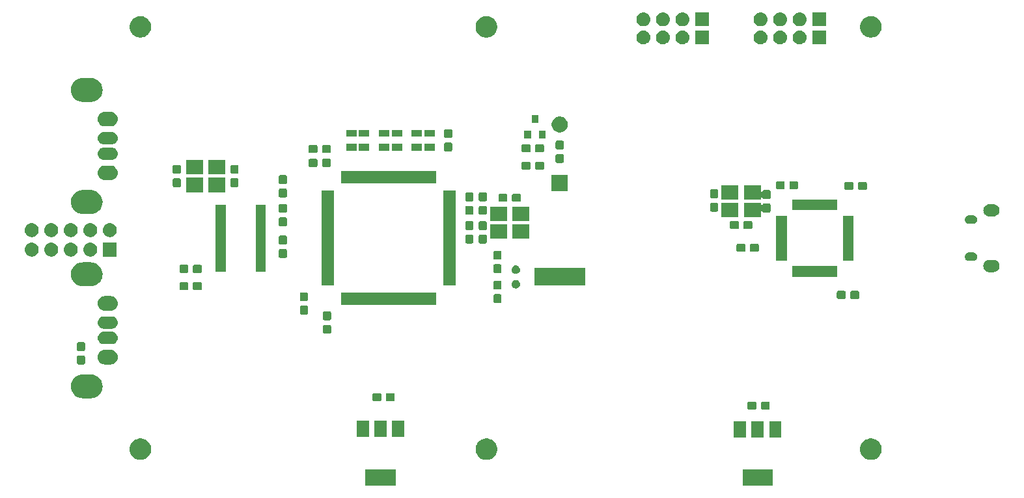
<source format=gbr>
G04 #@! TF.GenerationSoftware,KiCad,Pcbnew,(5.0.1)*
G04 #@! TF.CreationDate,2018-11-29T17:22:57+09:00*
G04 #@! TF.ProjectId,securehid,7365637572656869642E6B696361645F,rev?*
G04 #@! TF.SameCoordinates,Original*
G04 #@! TF.FileFunction,Soldermask,Top*
G04 #@! TF.FilePolarity,Negative*
%FSLAX46Y46*%
G04 Gerber Fmt 4.6, Leading zero omitted, Abs format (unit mm)*
G04 Created by KiCad (PCBNEW (5.0.1)) date Thu Nov 29 17:22:57 2018*
%MOMM*%
%LPD*%
G01*
G04 APERTURE LIST*
%ADD10C,0.100000*%
G04 APERTURE END LIST*
D10*
G36*
X133701000Y-113251000D02*
X129799000Y-113251000D01*
X129799000Y-111149000D01*
X133701000Y-111149000D01*
X133701000Y-113251000D01*
X133701000Y-113251000D01*
G37*
G36*
X84651000Y-113201000D02*
X80749000Y-113201000D01*
X80749000Y-111099000D01*
X84651000Y-111099000D01*
X84651000Y-113201000D01*
X84651000Y-113201000D01*
G37*
G36*
X96798433Y-107124893D02*
X96888657Y-107142839D01*
X96994267Y-107186585D01*
X97143621Y-107248449D01*
X97373089Y-107401774D01*
X97568226Y-107596911D01*
X97721551Y-107826379D01*
X97827161Y-108081344D01*
X97881000Y-108352012D01*
X97881000Y-108627988D01*
X97827161Y-108898656D01*
X97721551Y-109153621D01*
X97568226Y-109383089D01*
X97373089Y-109578226D01*
X97143621Y-109731551D01*
X96994267Y-109793415D01*
X96888657Y-109837161D01*
X96798433Y-109855107D01*
X96617988Y-109891000D01*
X96342012Y-109891000D01*
X96161567Y-109855107D01*
X96071343Y-109837161D01*
X95965733Y-109793415D01*
X95816379Y-109731551D01*
X95586911Y-109578226D01*
X95391774Y-109383089D01*
X95238449Y-109153621D01*
X95132839Y-108898656D01*
X95079000Y-108627988D01*
X95079000Y-108352012D01*
X95132839Y-108081344D01*
X95238449Y-107826379D01*
X95391774Y-107596911D01*
X95586911Y-107401774D01*
X95816379Y-107248449D01*
X95965733Y-107186585D01*
X96071343Y-107142839D01*
X96161567Y-107124893D01*
X96342012Y-107089000D01*
X96617988Y-107089000D01*
X96798433Y-107124893D01*
X96798433Y-107124893D01*
G37*
G36*
X51788433Y-107124893D02*
X51878657Y-107142839D01*
X51984267Y-107186585D01*
X52133621Y-107248449D01*
X52363089Y-107401774D01*
X52558226Y-107596911D01*
X52711551Y-107826379D01*
X52817161Y-108081344D01*
X52871000Y-108352012D01*
X52871000Y-108627988D01*
X52817161Y-108898656D01*
X52711551Y-109153621D01*
X52558226Y-109383089D01*
X52363089Y-109578226D01*
X52133621Y-109731551D01*
X51984267Y-109793415D01*
X51878657Y-109837161D01*
X51788433Y-109855107D01*
X51607988Y-109891000D01*
X51332012Y-109891000D01*
X51151567Y-109855107D01*
X51061343Y-109837161D01*
X50955733Y-109793415D01*
X50806379Y-109731551D01*
X50576911Y-109578226D01*
X50381774Y-109383089D01*
X50228449Y-109153621D01*
X50122839Y-108898656D01*
X50069000Y-108627988D01*
X50069000Y-108352012D01*
X50122839Y-108081344D01*
X50228449Y-107826379D01*
X50381774Y-107596911D01*
X50576911Y-107401774D01*
X50806379Y-107248449D01*
X50955733Y-107186585D01*
X51061343Y-107142839D01*
X51151567Y-107124893D01*
X51332012Y-107089000D01*
X51607988Y-107089000D01*
X51788433Y-107124893D01*
X51788433Y-107124893D01*
G37*
G36*
X146788433Y-107124893D02*
X146878657Y-107142839D01*
X146984267Y-107186585D01*
X147133621Y-107248449D01*
X147363089Y-107401774D01*
X147558226Y-107596911D01*
X147711551Y-107826379D01*
X147817161Y-108081344D01*
X147871000Y-108352012D01*
X147871000Y-108627988D01*
X147817161Y-108898656D01*
X147711551Y-109153621D01*
X147558226Y-109383089D01*
X147363089Y-109578226D01*
X147133621Y-109731551D01*
X146984267Y-109793415D01*
X146878657Y-109837161D01*
X146788433Y-109855107D01*
X146607988Y-109891000D01*
X146332012Y-109891000D01*
X146151567Y-109855107D01*
X146061343Y-109837161D01*
X145955733Y-109793415D01*
X145806379Y-109731551D01*
X145576911Y-109578226D01*
X145381774Y-109383089D01*
X145228449Y-109153621D01*
X145122839Y-108898656D01*
X145069000Y-108627988D01*
X145069000Y-108352012D01*
X145122839Y-108081344D01*
X145228449Y-107826379D01*
X145381774Y-107596911D01*
X145576911Y-107401774D01*
X145806379Y-107248449D01*
X145955733Y-107186585D01*
X146061343Y-107142839D01*
X146151567Y-107124893D01*
X146332012Y-107089000D01*
X146607988Y-107089000D01*
X146788433Y-107124893D01*
X146788433Y-107124893D01*
G37*
G36*
X132551000Y-106951000D02*
X130949000Y-106951000D01*
X130949000Y-104849000D01*
X132551000Y-104849000D01*
X132551000Y-106951000D01*
X132551000Y-106951000D01*
G37*
G36*
X130251000Y-106951000D02*
X128649000Y-106951000D01*
X128649000Y-104849000D01*
X130251000Y-104849000D01*
X130251000Y-106951000D01*
X130251000Y-106951000D01*
G37*
G36*
X134851000Y-106951000D02*
X133249000Y-106951000D01*
X133249000Y-104849000D01*
X134851000Y-104849000D01*
X134851000Y-106951000D01*
X134851000Y-106951000D01*
G37*
G36*
X85801000Y-106901000D02*
X84199000Y-106901000D01*
X84199000Y-104799000D01*
X85801000Y-104799000D01*
X85801000Y-106901000D01*
X85801000Y-106901000D01*
G37*
G36*
X81201000Y-106901000D02*
X79599000Y-106901000D01*
X79599000Y-104799000D01*
X81201000Y-104799000D01*
X81201000Y-106901000D01*
X81201000Y-106901000D01*
G37*
G36*
X83501000Y-106901000D02*
X81899000Y-106901000D01*
X81899000Y-104799000D01*
X83501000Y-104799000D01*
X83501000Y-106901000D01*
X83501000Y-106901000D01*
G37*
G36*
X133164499Y-102278445D02*
X133201993Y-102289819D01*
X133236557Y-102308294D01*
X133266847Y-102333153D01*
X133291706Y-102363443D01*
X133310181Y-102398007D01*
X133321555Y-102435501D01*
X133326000Y-102480638D01*
X133326000Y-103119362D01*
X133321555Y-103164499D01*
X133310181Y-103201993D01*
X133291706Y-103236557D01*
X133266847Y-103266847D01*
X133236557Y-103291706D01*
X133201993Y-103310181D01*
X133164499Y-103321555D01*
X133119362Y-103326000D01*
X132380638Y-103326000D01*
X132335501Y-103321555D01*
X132298007Y-103310181D01*
X132263443Y-103291706D01*
X132233153Y-103266847D01*
X132208294Y-103236557D01*
X132189819Y-103201993D01*
X132178445Y-103164499D01*
X132174000Y-103119362D01*
X132174000Y-102480638D01*
X132178445Y-102435501D01*
X132189819Y-102398007D01*
X132208294Y-102363443D01*
X132233153Y-102333153D01*
X132263443Y-102308294D01*
X132298007Y-102289819D01*
X132335501Y-102278445D01*
X132380638Y-102274000D01*
X133119362Y-102274000D01*
X133164499Y-102278445D01*
X133164499Y-102278445D01*
G37*
G36*
X131414499Y-102278445D02*
X131451993Y-102289819D01*
X131486557Y-102308294D01*
X131516847Y-102333153D01*
X131541706Y-102363443D01*
X131560181Y-102398007D01*
X131571555Y-102435501D01*
X131576000Y-102480638D01*
X131576000Y-103119362D01*
X131571555Y-103164499D01*
X131560181Y-103201993D01*
X131541706Y-103236557D01*
X131516847Y-103266847D01*
X131486557Y-103291706D01*
X131451993Y-103310181D01*
X131414499Y-103321555D01*
X131369362Y-103326000D01*
X130630638Y-103326000D01*
X130585501Y-103321555D01*
X130548007Y-103310181D01*
X130513443Y-103291706D01*
X130483153Y-103266847D01*
X130458294Y-103236557D01*
X130439819Y-103201993D01*
X130428445Y-103164499D01*
X130424000Y-103119362D01*
X130424000Y-102480638D01*
X130428445Y-102435501D01*
X130439819Y-102398007D01*
X130458294Y-102363443D01*
X130483153Y-102333153D01*
X130513443Y-102308294D01*
X130548007Y-102289819D01*
X130585501Y-102278445D01*
X130630638Y-102274000D01*
X131369362Y-102274000D01*
X131414499Y-102278445D01*
X131414499Y-102278445D01*
G37*
G36*
X84389499Y-101178445D02*
X84426993Y-101189819D01*
X84461557Y-101208294D01*
X84491847Y-101233153D01*
X84516706Y-101263443D01*
X84535181Y-101298007D01*
X84546555Y-101335501D01*
X84551000Y-101380638D01*
X84551000Y-102019362D01*
X84546555Y-102064499D01*
X84535181Y-102101993D01*
X84516706Y-102136557D01*
X84491847Y-102166847D01*
X84461557Y-102191706D01*
X84426993Y-102210181D01*
X84389499Y-102221555D01*
X84344362Y-102226000D01*
X83605638Y-102226000D01*
X83560501Y-102221555D01*
X83523007Y-102210181D01*
X83488443Y-102191706D01*
X83458153Y-102166847D01*
X83433294Y-102136557D01*
X83414819Y-102101993D01*
X83403445Y-102064499D01*
X83399000Y-102019362D01*
X83399000Y-101380638D01*
X83403445Y-101335501D01*
X83414819Y-101298007D01*
X83433294Y-101263443D01*
X83458153Y-101233153D01*
X83488443Y-101208294D01*
X83523007Y-101189819D01*
X83560501Y-101178445D01*
X83605638Y-101174000D01*
X84344362Y-101174000D01*
X84389499Y-101178445D01*
X84389499Y-101178445D01*
G37*
G36*
X82639499Y-101178445D02*
X82676993Y-101189819D01*
X82711557Y-101208294D01*
X82741847Y-101233153D01*
X82766706Y-101263443D01*
X82785181Y-101298007D01*
X82796555Y-101335501D01*
X82801000Y-101380638D01*
X82801000Y-102019362D01*
X82796555Y-102064499D01*
X82785181Y-102101993D01*
X82766706Y-102136557D01*
X82741847Y-102166847D01*
X82711557Y-102191706D01*
X82676993Y-102210181D01*
X82639499Y-102221555D01*
X82594362Y-102226000D01*
X81855638Y-102226000D01*
X81810501Y-102221555D01*
X81773007Y-102210181D01*
X81738443Y-102191706D01*
X81708153Y-102166847D01*
X81683294Y-102136557D01*
X81664819Y-102101993D01*
X81653445Y-102064499D01*
X81649000Y-102019362D01*
X81649000Y-101380638D01*
X81653445Y-101335501D01*
X81664819Y-101298007D01*
X81683294Y-101263443D01*
X81708153Y-101233153D01*
X81738443Y-101208294D01*
X81773007Y-101189819D01*
X81810501Y-101178445D01*
X81855638Y-101174000D01*
X82594362Y-101174000D01*
X82639499Y-101178445D01*
X82639499Y-101178445D01*
G37*
G36*
X45152143Y-98756481D02*
X45304049Y-98771442D01*
X45498959Y-98830567D01*
X45596415Y-98860130D01*
X45694690Y-98912660D01*
X45865858Y-99004151D01*
X46102029Y-99197971D01*
X46295849Y-99434142D01*
X46387340Y-99605310D01*
X46439870Y-99703585D01*
X46439870Y-99703586D01*
X46528558Y-99995951D01*
X46558504Y-100300000D01*
X46528558Y-100604049D01*
X46469433Y-100798959D01*
X46439870Y-100896415D01*
X46387340Y-100994690D01*
X46295849Y-101165858D01*
X46102029Y-101402029D01*
X45865858Y-101595849D01*
X45694690Y-101687340D01*
X45596415Y-101739870D01*
X45498959Y-101769433D01*
X45304049Y-101828558D01*
X45152143Y-101843519D01*
X45076191Y-101851000D01*
X43923809Y-101851000D01*
X43847857Y-101843519D01*
X43695951Y-101828558D01*
X43501041Y-101769433D01*
X43403585Y-101739870D01*
X43305310Y-101687340D01*
X43134142Y-101595849D01*
X42897971Y-101402029D01*
X42704151Y-101165858D01*
X42612660Y-100994690D01*
X42560130Y-100896415D01*
X42530567Y-100798959D01*
X42471442Y-100604049D01*
X42441496Y-100300000D01*
X42471442Y-99995951D01*
X42560130Y-99703586D01*
X42560130Y-99703585D01*
X42612660Y-99605310D01*
X42704151Y-99434142D01*
X42897971Y-99197971D01*
X43134142Y-99004151D01*
X43305310Y-98912660D01*
X43403585Y-98860130D01*
X43501041Y-98830567D01*
X43695951Y-98771442D01*
X43847857Y-98756481D01*
X43923809Y-98749000D01*
X45076191Y-98749000D01*
X45152143Y-98756481D01*
X45152143Y-98756481D01*
G37*
G36*
X47746425Y-95562760D02*
X47746428Y-95562761D01*
X47746429Y-95562761D01*
X47925693Y-95617140D01*
X47925695Y-95617141D01*
X48090905Y-95705448D01*
X48235712Y-95824288D01*
X48354552Y-95969095D01*
X48442859Y-96134305D01*
X48497240Y-96313575D01*
X48515601Y-96500000D01*
X48497240Y-96686425D01*
X48442859Y-96865695D01*
X48354552Y-97030905D01*
X48235712Y-97175712D01*
X48090905Y-97294552D01*
X48090903Y-97294553D01*
X47925693Y-97382860D01*
X47746429Y-97437239D01*
X47746428Y-97437239D01*
X47746425Y-97437240D01*
X47606718Y-97451000D01*
X46813282Y-97451000D01*
X46673575Y-97437240D01*
X46673572Y-97437239D01*
X46673571Y-97437239D01*
X46494307Y-97382860D01*
X46329097Y-97294553D01*
X46329095Y-97294552D01*
X46184288Y-97175712D01*
X46065448Y-97030905D01*
X45977141Y-96865695D01*
X45922760Y-96686425D01*
X45904399Y-96500000D01*
X45922760Y-96313575D01*
X45977141Y-96134305D01*
X46065448Y-95969095D01*
X46184288Y-95824288D01*
X46329095Y-95705448D01*
X46494305Y-95617141D01*
X46494307Y-95617140D01*
X46673571Y-95562761D01*
X46673572Y-95562761D01*
X46673575Y-95562760D01*
X46813282Y-95549000D01*
X47606718Y-95549000D01*
X47746425Y-95562760D01*
X47746425Y-95562760D01*
G37*
G36*
X44114499Y-96303445D02*
X44151993Y-96314819D01*
X44186557Y-96333294D01*
X44216847Y-96358153D01*
X44241706Y-96388443D01*
X44260181Y-96423007D01*
X44271555Y-96460501D01*
X44276000Y-96505638D01*
X44276000Y-97244362D01*
X44271555Y-97289499D01*
X44260181Y-97326993D01*
X44241706Y-97361557D01*
X44216847Y-97391847D01*
X44186557Y-97416706D01*
X44151993Y-97435181D01*
X44114499Y-97446555D01*
X44069362Y-97451000D01*
X43430638Y-97451000D01*
X43385501Y-97446555D01*
X43348007Y-97435181D01*
X43313443Y-97416706D01*
X43283153Y-97391847D01*
X43258294Y-97361557D01*
X43239819Y-97326993D01*
X43228445Y-97289499D01*
X43224000Y-97244362D01*
X43224000Y-96505638D01*
X43228445Y-96460501D01*
X43239819Y-96423007D01*
X43258294Y-96388443D01*
X43283153Y-96358153D01*
X43313443Y-96333294D01*
X43348007Y-96314819D01*
X43385501Y-96303445D01*
X43430638Y-96299000D01*
X44069362Y-96299000D01*
X44114499Y-96303445D01*
X44114499Y-96303445D01*
G37*
G36*
X44114499Y-94553445D02*
X44151993Y-94564819D01*
X44186557Y-94583294D01*
X44216847Y-94608153D01*
X44241706Y-94638443D01*
X44260181Y-94673007D01*
X44271555Y-94710501D01*
X44276000Y-94755638D01*
X44276000Y-95494362D01*
X44271555Y-95539499D01*
X44260181Y-95576993D01*
X44241706Y-95611557D01*
X44216847Y-95641847D01*
X44186557Y-95666706D01*
X44151993Y-95685181D01*
X44114499Y-95696555D01*
X44069362Y-95701000D01*
X43430638Y-95701000D01*
X43385501Y-95696555D01*
X43348007Y-95685181D01*
X43313443Y-95666706D01*
X43283153Y-95641847D01*
X43258294Y-95611557D01*
X43239819Y-95576993D01*
X43228445Y-95539499D01*
X43224000Y-95494362D01*
X43224000Y-94755638D01*
X43228445Y-94710501D01*
X43239819Y-94673007D01*
X43258294Y-94638443D01*
X43283153Y-94608153D01*
X43313443Y-94583294D01*
X43348007Y-94564819D01*
X43385501Y-94553445D01*
X43430638Y-94549000D01*
X44069362Y-94549000D01*
X44114499Y-94553445D01*
X44114499Y-94553445D01*
G37*
G36*
X47867025Y-93210590D02*
X48018012Y-93256392D01*
X48157165Y-93330770D01*
X48279133Y-93430867D01*
X48379230Y-93552835D01*
X48453608Y-93691988D01*
X48499410Y-93842975D01*
X48514875Y-94000000D01*
X48499410Y-94157025D01*
X48453608Y-94308012D01*
X48379230Y-94447165D01*
X48279133Y-94569133D01*
X48157165Y-94669230D01*
X48018012Y-94743608D01*
X47867025Y-94789410D01*
X47749346Y-94801000D01*
X46670654Y-94801000D01*
X46552975Y-94789410D01*
X46401988Y-94743608D01*
X46262835Y-94669230D01*
X46140867Y-94569133D01*
X46040770Y-94447165D01*
X45966392Y-94308012D01*
X45920590Y-94157025D01*
X45905125Y-94000000D01*
X45920590Y-93842975D01*
X45966392Y-93691988D01*
X46040770Y-93552835D01*
X46140867Y-93430867D01*
X46262835Y-93330770D01*
X46401988Y-93256392D01*
X46552975Y-93210590D01*
X46670654Y-93199000D01*
X47749346Y-93199000D01*
X47867025Y-93210590D01*
X47867025Y-93210590D01*
G37*
G36*
X76114499Y-92303445D02*
X76151993Y-92314819D01*
X76186557Y-92333294D01*
X76216847Y-92358153D01*
X76241706Y-92388443D01*
X76260181Y-92423007D01*
X76271555Y-92460501D01*
X76276000Y-92505638D01*
X76276000Y-93244362D01*
X76271555Y-93289499D01*
X76260181Y-93326993D01*
X76241706Y-93361557D01*
X76216847Y-93391847D01*
X76186557Y-93416706D01*
X76151993Y-93435181D01*
X76114499Y-93446555D01*
X76069362Y-93451000D01*
X75430638Y-93451000D01*
X75385501Y-93446555D01*
X75348007Y-93435181D01*
X75313443Y-93416706D01*
X75283153Y-93391847D01*
X75258294Y-93361557D01*
X75239819Y-93326993D01*
X75228445Y-93289499D01*
X75224000Y-93244362D01*
X75224000Y-92505638D01*
X75228445Y-92460501D01*
X75239819Y-92423007D01*
X75258294Y-92388443D01*
X75283153Y-92358153D01*
X75313443Y-92333294D01*
X75348007Y-92314819D01*
X75385501Y-92303445D01*
X75430638Y-92299000D01*
X76069362Y-92299000D01*
X76114499Y-92303445D01*
X76114499Y-92303445D01*
G37*
G36*
X47867025Y-91210590D02*
X48018012Y-91256392D01*
X48157165Y-91330770D01*
X48279133Y-91430867D01*
X48379230Y-91552835D01*
X48453608Y-91691988D01*
X48499410Y-91842975D01*
X48514875Y-92000000D01*
X48499410Y-92157025D01*
X48453608Y-92308012D01*
X48379230Y-92447165D01*
X48279133Y-92569133D01*
X48157165Y-92669230D01*
X48018012Y-92743608D01*
X47867025Y-92789410D01*
X47749346Y-92801000D01*
X46670654Y-92801000D01*
X46552975Y-92789410D01*
X46401988Y-92743608D01*
X46262835Y-92669230D01*
X46140867Y-92569133D01*
X46040770Y-92447165D01*
X45966392Y-92308012D01*
X45920590Y-92157025D01*
X45905125Y-92000000D01*
X45920590Y-91842975D01*
X45966392Y-91691988D01*
X46040770Y-91552835D01*
X46140867Y-91430867D01*
X46262835Y-91330770D01*
X46401988Y-91256392D01*
X46552975Y-91210590D01*
X46670654Y-91199000D01*
X47749346Y-91199000D01*
X47867025Y-91210590D01*
X47867025Y-91210590D01*
G37*
G36*
X76114499Y-90553445D02*
X76151993Y-90564819D01*
X76186557Y-90583294D01*
X76216847Y-90608153D01*
X76241706Y-90638443D01*
X76260181Y-90673007D01*
X76271555Y-90710501D01*
X76276000Y-90755638D01*
X76276000Y-91494362D01*
X76271555Y-91539499D01*
X76260181Y-91576993D01*
X76241706Y-91611557D01*
X76216847Y-91641847D01*
X76186557Y-91666706D01*
X76151993Y-91685181D01*
X76114499Y-91696555D01*
X76069362Y-91701000D01*
X75430638Y-91701000D01*
X75385501Y-91696555D01*
X75348007Y-91685181D01*
X75313443Y-91666706D01*
X75283153Y-91641847D01*
X75258294Y-91611557D01*
X75239819Y-91576993D01*
X75228445Y-91539499D01*
X75224000Y-91494362D01*
X75224000Y-90755638D01*
X75228445Y-90710501D01*
X75239819Y-90673007D01*
X75258294Y-90638443D01*
X75283153Y-90608153D01*
X75313443Y-90583294D01*
X75348007Y-90564819D01*
X75385501Y-90553445D01*
X75430638Y-90549000D01*
X76069362Y-90549000D01*
X76114499Y-90553445D01*
X76114499Y-90553445D01*
G37*
G36*
X73114499Y-89803445D02*
X73151993Y-89814819D01*
X73186557Y-89833294D01*
X73216847Y-89858153D01*
X73241706Y-89888443D01*
X73260181Y-89923007D01*
X73271555Y-89960501D01*
X73276000Y-90005638D01*
X73276000Y-90744362D01*
X73271555Y-90789499D01*
X73260181Y-90826993D01*
X73241706Y-90861557D01*
X73216847Y-90891847D01*
X73186557Y-90916706D01*
X73151993Y-90935181D01*
X73114499Y-90946555D01*
X73069362Y-90951000D01*
X72430638Y-90951000D01*
X72385501Y-90946555D01*
X72348007Y-90935181D01*
X72313443Y-90916706D01*
X72283153Y-90891847D01*
X72258294Y-90861557D01*
X72239819Y-90826993D01*
X72228445Y-90789499D01*
X72224000Y-90744362D01*
X72224000Y-90005638D01*
X72228445Y-89960501D01*
X72239819Y-89923007D01*
X72258294Y-89888443D01*
X72283153Y-89858153D01*
X72313443Y-89833294D01*
X72348007Y-89814819D01*
X72385501Y-89803445D01*
X72430638Y-89799000D01*
X73069362Y-89799000D01*
X73114499Y-89803445D01*
X73114499Y-89803445D01*
G37*
G36*
X47746425Y-88562760D02*
X47746428Y-88562761D01*
X47746429Y-88562761D01*
X47925693Y-88617140D01*
X47925695Y-88617141D01*
X48090905Y-88705448D01*
X48235712Y-88824288D01*
X48354552Y-88969095D01*
X48391728Y-89038646D01*
X48442860Y-89134307D01*
X48489678Y-89288646D01*
X48497240Y-89313575D01*
X48515601Y-89500000D01*
X48497240Y-89686425D01*
X48497239Y-89686428D01*
X48497239Y-89686429D01*
X48449646Y-89843323D01*
X48442859Y-89865695D01*
X48354552Y-90030905D01*
X48235712Y-90175712D01*
X48090905Y-90294552D01*
X48090903Y-90294553D01*
X47925693Y-90382860D01*
X47746429Y-90437239D01*
X47746428Y-90437239D01*
X47746425Y-90437240D01*
X47606718Y-90451000D01*
X46813282Y-90451000D01*
X46673575Y-90437240D01*
X46673572Y-90437239D01*
X46673571Y-90437239D01*
X46494307Y-90382860D01*
X46329097Y-90294553D01*
X46329095Y-90294552D01*
X46184288Y-90175712D01*
X46065448Y-90030905D01*
X45977141Y-89865695D01*
X45970355Y-89843323D01*
X45922761Y-89686429D01*
X45922761Y-89686428D01*
X45922760Y-89686425D01*
X45904399Y-89500000D01*
X45922760Y-89313575D01*
X45930322Y-89288646D01*
X45977140Y-89134307D01*
X46028272Y-89038646D01*
X46065448Y-88969095D01*
X46184288Y-88824288D01*
X46329095Y-88705448D01*
X46494305Y-88617141D01*
X46494307Y-88617140D01*
X46673571Y-88562761D01*
X46673572Y-88562761D01*
X46673575Y-88562760D01*
X46813282Y-88549000D01*
X47606718Y-88549000D01*
X47746425Y-88562760D01*
X47746425Y-88562760D01*
G37*
G36*
X89941000Y-89701000D02*
X77559000Y-89701000D01*
X77559000Y-88099000D01*
X89941000Y-88099000D01*
X89941000Y-89701000D01*
X89941000Y-89701000D01*
G37*
G36*
X98264499Y-88303445D02*
X98301993Y-88314819D01*
X98336557Y-88333294D01*
X98366847Y-88358153D01*
X98391706Y-88388443D01*
X98410181Y-88423007D01*
X98421555Y-88460501D01*
X98426000Y-88505638D01*
X98426000Y-89244362D01*
X98421555Y-89289499D01*
X98410181Y-89326993D01*
X98391706Y-89361557D01*
X98366847Y-89391847D01*
X98336557Y-89416706D01*
X98301993Y-89435181D01*
X98264499Y-89446555D01*
X98219362Y-89451000D01*
X97580638Y-89451000D01*
X97535501Y-89446555D01*
X97498007Y-89435181D01*
X97463443Y-89416706D01*
X97433153Y-89391847D01*
X97408294Y-89361557D01*
X97389819Y-89326993D01*
X97378445Y-89289499D01*
X97374000Y-89244362D01*
X97374000Y-88505638D01*
X97378445Y-88460501D01*
X97389819Y-88423007D01*
X97408294Y-88388443D01*
X97433153Y-88358153D01*
X97463443Y-88333294D01*
X97498007Y-88314819D01*
X97535501Y-88303445D01*
X97580638Y-88299000D01*
X98219362Y-88299000D01*
X98264499Y-88303445D01*
X98264499Y-88303445D01*
G37*
G36*
X73114499Y-88053445D02*
X73151993Y-88064819D01*
X73186557Y-88083294D01*
X73216847Y-88108153D01*
X73241706Y-88138443D01*
X73260181Y-88173007D01*
X73271555Y-88210501D01*
X73276000Y-88255638D01*
X73276000Y-88994362D01*
X73271555Y-89039499D01*
X73260181Y-89076993D01*
X73241706Y-89111557D01*
X73216847Y-89141847D01*
X73186557Y-89166706D01*
X73151993Y-89185181D01*
X73114499Y-89196555D01*
X73069362Y-89201000D01*
X72430638Y-89201000D01*
X72385501Y-89196555D01*
X72348007Y-89185181D01*
X72313443Y-89166706D01*
X72283153Y-89141847D01*
X72258294Y-89111557D01*
X72239819Y-89076993D01*
X72228445Y-89039499D01*
X72224000Y-88994362D01*
X72224000Y-88255638D01*
X72228445Y-88210501D01*
X72239819Y-88173007D01*
X72258294Y-88138443D01*
X72283153Y-88108153D01*
X72313443Y-88083294D01*
X72348007Y-88064819D01*
X72385501Y-88053445D01*
X72430638Y-88049000D01*
X73069362Y-88049000D01*
X73114499Y-88053445D01*
X73114499Y-88053445D01*
G37*
G36*
X143039499Y-87878445D02*
X143076993Y-87889819D01*
X143111557Y-87908294D01*
X143141847Y-87933153D01*
X143166706Y-87963443D01*
X143185181Y-87998007D01*
X143196555Y-88035501D01*
X143201000Y-88080638D01*
X143201000Y-88719362D01*
X143196555Y-88764499D01*
X143185181Y-88801993D01*
X143166706Y-88836557D01*
X143141847Y-88866847D01*
X143111557Y-88891706D01*
X143076993Y-88910181D01*
X143039499Y-88921555D01*
X142994362Y-88926000D01*
X142255638Y-88926000D01*
X142210501Y-88921555D01*
X142173007Y-88910181D01*
X142138443Y-88891706D01*
X142108153Y-88866847D01*
X142083294Y-88836557D01*
X142064819Y-88801993D01*
X142053445Y-88764499D01*
X142049000Y-88719362D01*
X142049000Y-88080638D01*
X142053445Y-88035501D01*
X142064819Y-87998007D01*
X142083294Y-87963443D01*
X142108153Y-87933153D01*
X142138443Y-87908294D01*
X142173007Y-87889819D01*
X142210501Y-87878445D01*
X142255638Y-87874000D01*
X142994362Y-87874000D01*
X143039499Y-87878445D01*
X143039499Y-87878445D01*
G37*
G36*
X144789499Y-87878445D02*
X144826993Y-87889819D01*
X144861557Y-87908294D01*
X144891847Y-87933153D01*
X144916706Y-87963443D01*
X144935181Y-87998007D01*
X144946555Y-88035501D01*
X144951000Y-88080638D01*
X144951000Y-88719362D01*
X144946555Y-88764499D01*
X144935181Y-88801993D01*
X144916706Y-88836557D01*
X144891847Y-88866847D01*
X144861557Y-88891706D01*
X144826993Y-88910181D01*
X144789499Y-88921555D01*
X144744362Y-88926000D01*
X144005638Y-88926000D01*
X143960501Y-88921555D01*
X143923007Y-88910181D01*
X143888443Y-88891706D01*
X143858153Y-88866847D01*
X143833294Y-88836557D01*
X143814819Y-88801993D01*
X143803445Y-88764499D01*
X143799000Y-88719362D01*
X143799000Y-88080638D01*
X143803445Y-88035501D01*
X143814819Y-87998007D01*
X143833294Y-87963443D01*
X143858153Y-87933153D01*
X143888443Y-87908294D01*
X143923007Y-87889819D01*
X143960501Y-87878445D01*
X144005638Y-87874000D01*
X144744362Y-87874000D01*
X144789499Y-87878445D01*
X144789499Y-87878445D01*
G37*
G36*
X57539499Y-86728445D02*
X57576993Y-86739819D01*
X57611557Y-86758294D01*
X57641847Y-86783153D01*
X57666706Y-86813443D01*
X57685181Y-86848007D01*
X57696555Y-86885501D01*
X57701000Y-86930638D01*
X57701000Y-87569362D01*
X57696555Y-87614499D01*
X57685181Y-87651993D01*
X57666706Y-87686557D01*
X57641847Y-87716847D01*
X57611557Y-87741706D01*
X57576993Y-87760181D01*
X57539499Y-87771555D01*
X57494362Y-87776000D01*
X56755638Y-87776000D01*
X56710501Y-87771555D01*
X56673007Y-87760181D01*
X56638443Y-87741706D01*
X56608153Y-87716847D01*
X56583294Y-87686557D01*
X56564819Y-87651993D01*
X56553445Y-87614499D01*
X56549000Y-87569362D01*
X56549000Y-86930638D01*
X56553445Y-86885501D01*
X56564819Y-86848007D01*
X56583294Y-86813443D01*
X56608153Y-86783153D01*
X56638443Y-86758294D01*
X56673007Y-86739819D01*
X56710501Y-86728445D01*
X56755638Y-86724000D01*
X57494362Y-86724000D01*
X57539499Y-86728445D01*
X57539499Y-86728445D01*
G37*
G36*
X59289499Y-86728445D02*
X59326993Y-86739819D01*
X59361557Y-86758294D01*
X59391847Y-86783153D01*
X59416706Y-86813443D01*
X59435181Y-86848007D01*
X59446555Y-86885501D01*
X59451000Y-86930638D01*
X59451000Y-87569362D01*
X59446555Y-87614499D01*
X59435181Y-87651993D01*
X59416706Y-87686557D01*
X59391847Y-87716847D01*
X59361557Y-87741706D01*
X59326993Y-87760181D01*
X59289499Y-87771555D01*
X59244362Y-87776000D01*
X58505638Y-87776000D01*
X58460501Y-87771555D01*
X58423007Y-87760181D01*
X58388443Y-87741706D01*
X58358153Y-87716847D01*
X58333294Y-87686557D01*
X58314819Y-87651993D01*
X58303445Y-87614499D01*
X58299000Y-87569362D01*
X58299000Y-86930638D01*
X58303445Y-86885501D01*
X58314819Y-86848007D01*
X58333294Y-86813443D01*
X58358153Y-86783153D01*
X58388443Y-86758294D01*
X58423007Y-86739819D01*
X58460501Y-86728445D01*
X58505638Y-86724000D01*
X59244362Y-86724000D01*
X59289499Y-86728445D01*
X59289499Y-86728445D01*
G37*
G36*
X98264499Y-86553445D02*
X98301993Y-86564819D01*
X98336557Y-86583294D01*
X98366847Y-86608153D01*
X98391706Y-86638443D01*
X98410181Y-86673007D01*
X98421555Y-86710501D01*
X98426000Y-86755638D01*
X98426000Y-87494362D01*
X98421555Y-87539499D01*
X98410181Y-87576993D01*
X98391706Y-87611557D01*
X98366847Y-87641847D01*
X98336557Y-87666706D01*
X98301993Y-87685181D01*
X98264499Y-87696555D01*
X98219362Y-87701000D01*
X97580638Y-87701000D01*
X97535501Y-87696555D01*
X97498007Y-87685181D01*
X97463443Y-87666706D01*
X97433153Y-87641847D01*
X97408294Y-87611557D01*
X97389819Y-87576993D01*
X97378445Y-87539499D01*
X97374000Y-87494362D01*
X97374000Y-86755638D01*
X97378445Y-86710501D01*
X97389819Y-86673007D01*
X97408294Y-86638443D01*
X97433153Y-86608153D01*
X97463443Y-86583294D01*
X97498007Y-86564819D01*
X97535501Y-86553445D01*
X97580638Y-86549000D01*
X98219362Y-86549000D01*
X98264499Y-86553445D01*
X98264499Y-86553445D01*
G37*
G36*
X100460721Y-86470174D02*
X100560995Y-86511709D01*
X100651245Y-86572012D01*
X100727988Y-86648755D01*
X100788291Y-86739005D01*
X100829826Y-86839279D01*
X100851000Y-86945730D01*
X100851000Y-87054270D01*
X100829826Y-87160721D01*
X100788291Y-87260995D01*
X100727988Y-87351245D01*
X100651245Y-87427988D01*
X100560995Y-87488291D01*
X100460721Y-87529826D01*
X100354270Y-87551000D01*
X100245730Y-87551000D01*
X100139279Y-87529826D01*
X100039005Y-87488291D01*
X99948755Y-87427988D01*
X99872012Y-87351245D01*
X99811709Y-87260995D01*
X99770174Y-87160721D01*
X99749000Y-87054270D01*
X99749000Y-86945730D01*
X99770174Y-86839279D01*
X99811709Y-86739005D01*
X99872012Y-86648755D01*
X99948755Y-86572012D01*
X100039005Y-86511709D01*
X100139279Y-86470174D01*
X100245730Y-86449000D01*
X100354270Y-86449000D01*
X100460721Y-86470174D01*
X100460721Y-86470174D01*
G37*
G36*
X45152143Y-84156481D02*
X45304049Y-84171442D01*
X45498959Y-84230567D01*
X45596415Y-84260130D01*
X45687843Y-84309000D01*
X45865858Y-84404151D01*
X46102029Y-84597971D01*
X46295849Y-84834142D01*
X46330516Y-84899000D01*
X46439870Y-85103585D01*
X46439870Y-85103586D01*
X46528558Y-85395951D01*
X46558504Y-85700000D01*
X46528558Y-86004049D01*
X46471847Y-86191000D01*
X46439870Y-86296415D01*
X46433143Y-86309000D01*
X46295849Y-86565858D01*
X46102029Y-86802029D01*
X45865858Y-86995849D01*
X45756560Y-87054270D01*
X45596415Y-87139870D01*
X45527678Y-87160721D01*
X45304049Y-87228558D01*
X45152143Y-87243519D01*
X45076191Y-87251000D01*
X43923809Y-87251000D01*
X43847857Y-87243519D01*
X43695951Y-87228558D01*
X43472322Y-87160721D01*
X43403585Y-87139870D01*
X43243440Y-87054270D01*
X43134142Y-86995849D01*
X42897971Y-86802029D01*
X42704151Y-86565858D01*
X42566857Y-86309000D01*
X42560130Y-86296415D01*
X42528153Y-86191000D01*
X42471442Y-86004049D01*
X42441496Y-85700000D01*
X42471442Y-85395951D01*
X42560130Y-85103586D01*
X42560130Y-85103585D01*
X42669484Y-84899000D01*
X42704151Y-84834142D01*
X42897971Y-84597971D01*
X43134142Y-84404151D01*
X43312157Y-84309000D01*
X43403585Y-84260130D01*
X43501041Y-84230567D01*
X43695951Y-84171442D01*
X43847857Y-84156481D01*
X43923809Y-84149000D01*
X45076191Y-84149000D01*
X45152143Y-84156481D01*
X45152143Y-84156481D01*
G37*
G36*
X109351000Y-87201000D02*
X102749000Y-87201000D01*
X102749000Y-84899000D01*
X109351000Y-84899000D01*
X109351000Y-87201000D01*
X109351000Y-87201000D01*
G37*
G36*
X92451000Y-87191000D02*
X90849000Y-87191000D01*
X90849000Y-74809000D01*
X92451000Y-74809000D01*
X92451000Y-87191000D01*
X92451000Y-87191000D01*
G37*
G36*
X76651000Y-87191000D02*
X75049000Y-87191000D01*
X75049000Y-74809000D01*
X76651000Y-74809000D01*
X76651000Y-87191000D01*
X76651000Y-87191000D01*
G37*
G36*
X142126000Y-86051000D02*
X136274000Y-86051000D01*
X136274000Y-84649000D01*
X142126000Y-84649000D01*
X142126000Y-86051000D01*
X142126000Y-86051000D01*
G37*
G36*
X100460721Y-84570174D02*
X100560995Y-84611709D01*
X100651245Y-84672012D01*
X100727988Y-84748755D01*
X100788291Y-84839005D01*
X100829826Y-84939279D01*
X100851000Y-85045730D01*
X100851000Y-85154270D01*
X100829826Y-85260721D01*
X100788291Y-85360995D01*
X100727988Y-85451245D01*
X100651245Y-85527988D01*
X100560995Y-85588291D01*
X100460721Y-85629826D01*
X100354270Y-85651000D01*
X100245730Y-85651000D01*
X100139279Y-85629826D01*
X100039005Y-85588291D01*
X99948755Y-85527988D01*
X99872012Y-85451245D01*
X99811709Y-85360995D01*
X99770174Y-85260721D01*
X99749000Y-85154270D01*
X99749000Y-85045730D01*
X99770174Y-84939279D01*
X99811709Y-84839005D01*
X99872012Y-84748755D01*
X99948755Y-84672012D01*
X100039005Y-84611709D01*
X100139279Y-84570174D01*
X100245730Y-84549000D01*
X100354270Y-84549000D01*
X100460721Y-84570174D01*
X100460721Y-84570174D01*
G37*
G36*
X98264499Y-84403445D02*
X98301993Y-84414819D01*
X98336557Y-84433294D01*
X98366847Y-84458153D01*
X98391706Y-84488443D01*
X98410181Y-84523007D01*
X98421555Y-84560501D01*
X98426000Y-84605638D01*
X98426000Y-85344362D01*
X98421555Y-85389499D01*
X98410181Y-85426993D01*
X98391706Y-85461557D01*
X98366847Y-85491847D01*
X98336557Y-85516706D01*
X98301993Y-85535181D01*
X98264499Y-85546555D01*
X98219362Y-85551000D01*
X97580638Y-85551000D01*
X97535501Y-85546555D01*
X97498007Y-85535181D01*
X97463443Y-85516706D01*
X97433153Y-85491847D01*
X97408294Y-85461557D01*
X97389819Y-85426993D01*
X97378445Y-85389499D01*
X97374000Y-85344362D01*
X97374000Y-84605638D01*
X97378445Y-84560501D01*
X97389819Y-84523007D01*
X97408294Y-84488443D01*
X97433153Y-84458153D01*
X97463443Y-84433294D01*
X97498007Y-84414819D01*
X97535501Y-84403445D01*
X97580638Y-84399000D01*
X98219362Y-84399000D01*
X98264499Y-84403445D01*
X98264499Y-84403445D01*
G37*
G36*
X59289499Y-84478445D02*
X59326993Y-84489819D01*
X59361557Y-84508294D01*
X59391847Y-84533153D01*
X59416706Y-84563443D01*
X59435181Y-84598007D01*
X59446555Y-84635501D01*
X59451000Y-84680638D01*
X59451000Y-85319362D01*
X59446555Y-85364499D01*
X59435181Y-85401993D01*
X59416706Y-85436557D01*
X59391847Y-85466847D01*
X59361557Y-85491706D01*
X59326993Y-85510181D01*
X59289499Y-85521555D01*
X59244362Y-85526000D01*
X58505638Y-85526000D01*
X58460501Y-85521555D01*
X58423007Y-85510181D01*
X58388443Y-85491706D01*
X58358153Y-85466847D01*
X58333294Y-85436557D01*
X58314819Y-85401993D01*
X58303445Y-85364499D01*
X58299000Y-85319362D01*
X58299000Y-84680638D01*
X58303445Y-84635501D01*
X58314819Y-84598007D01*
X58333294Y-84563443D01*
X58358153Y-84533153D01*
X58388443Y-84508294D01*
X58423007Y-84489819D01*
X58460501Y-84478445D01*
X58505638Y-84474000D01*
X59244362Y-84474000D01*
X59289499Y-84478445D01*
X59289499Y-84478445D01*
G37*
G36*
X57539499Y-84478445D02*
X57576993Y-84489819D01*
X57611557Y-84508294D01*
X57641847Y-84533153D01*
X57666706Y-84563443D01*
X57685181Y-84598007D01*
X57696555Y-84635501D01*
X57701000Y-84680638D01*
X57701000Y-85319362D01*
X57696555Y-85364499D01*
X57685181Y-85401993D01*
X57666706Y-85436557D01*
X57641847Y-85466847D01*
X57611557Y-85491706D01*
X57576993Y-85510181D01*
X57539499Y-85521555D01*
X57494362Y-85526000D01*
X56755638Y-85526000D01*
X56710501Y-85521555D01*
X56673007Y-85510181D01*
X56638443Y-85491706D01*
X56608153Y-85466847D01*
X56583294Y-85436557D01*
X56564819Y-85401993D01*
X56553445Y-85364499D01*
X56549000Y-85319362D01*
X56549000Y-84680638D01*
X56553445Y-84635501D01*
X56564819Y-84598007D01*
X56583294Y-84563443D01*
X56608153Y-84533153D01*
X56638443Y-84508294D01*
X56673007Y-84489819D01*
X56710501Y-84478445D01*
X56755638Y-84474000D01*
X57494362Y-84474000D01*
X57539499Y-84478445D01*
X57539499Y-84478445D01*
G37*
G36*
X162557025Y-83835590D02*
X162708012Y-83881392D01*
X162847165Y-83955770D01*
X162969133Y-84055867D01*
X163069230Y-84177835D01*
X163143608Y-84316988D01*
X163189410Y-84467975D01*
X163204875Y-84625000D01*
X163189410Y-84782025D01*
X163143608Y-84933012D01*
X163069230Y-85072165D01*
X162969133Y-85194133D01*
X162847165Y-85294230D01*
X162708012Y-85368608D01*
X162557025Y-85414410D01*
X162439346Y-85426000D01*
X161860654Y-85426000D01*
X161742975Y-85414410D01*
X161591988Y-85368608D01*
X161452835Y-85294230D01*
X161330867Y-85194133D01*
X161230770Y-85072165D01*
X161156392Y-84933012D01*
X161110590Y-84782025D01*
X161095125Y-84625000D01*
X161110590Y-84467975D01*
X161156392Y-84316988D01*
X161230770Y-84177835D01*
X161330867Y-84055867D01*
X161452835Y-83955770D01*
X161591988Y-83881392D01*
X161742975Y-83835590D01*
X161860654Y-83824000D01*
X162439346Y-83824000D01*
X162557025Y-83835590D01*
X162557025Y-83835590D01*
G37*
G36*
X62551000Y-85378500D02*
X61249000Y-85378500D01*
X61249000Y-76621500D01*
X62551000Y-76621500D01*
X62551000Y-85378500D01*
X62551000Y-85378500D01*
G37*
G36*
X67751000Y-85378500D02*
X66449000Y-85378500D01*
X66449000Y-76621500D01*
X67751000Y-76621500D01*
X67751000Y-85378500D01*
X67751000Y-85378500D01*
G37*
G36*
X159858015Y-82881973D02*
X159961879Y-82913479D01*
X160057600Y-82964644D01*
X160141501Y-83033499D01*
X160210356Y-83117400D01*
X160261521Y-83213121D01*
X160293027Y-83316985D01*
X160303666Y-83425000D01*
X160293027Y-83533015D01*
X160261521Y-83636879D01*
X160210356Y-83732600D01*
X160141501Y-83816501D01*
X160057600Y-83885356D01*
X159961879Y-83936521D01*
X159858015Y-83968027D01*
X159777067Y-83976000D01*
X159222933Y-83976000D01*
X159141985Y-83968027D01*
X159038121Y-83936521D01*
X158942400Y-83885356D01*
X158858499Y-83816501D01*
X158789644Y-83732600D01*
X158738479Y-83636879D01*
X158706973Y-83533015D01*
X158696334Y-83425000D01*
X158706973Y-83316985D01*
X158738479Y-83213121D01*
X158789644Y-83117400D01*
X158858499Y-83033499D01*
X158942400Y-82964644D01*
X159038121Y-82913479D01*
X159141985Y-82881973D01*
X159222933Y-82874000D01*
X159777067Y-82874000D01*
X159858015Y-82881973D01*
X159858015Y-82881973D01*
G37*
G36*
X135551000Y-83926000D02*
X134149000Y-83926000D01*
X134149000Y-78074000D01*
X135551000Y-78074000D01*
X135551000Y-83926000D01*
X135551000Y-83926000D01*
G37*
G36*
X144251000Y-83926000D02*
X142849000Y-83926000D01*
X142849000Y-78074000D01*
X144251000Y-78074000D01*
X144251000Y-83926000D01*
X144251000Y-83926000D01*
G37*
G36*
X98264499Y-82653445D02*
X98301993Y-82664819D01*
X98336557Y-82683294D01*
X98366847Y-82708153D01*
X98391706Y-82738443D01*
X98410181Y-82773007D01*
X98421555Y-82810501D01*
X98426000Y-82855638D01*
X98426000Y-83594362D01*
X98421555Y-83639499D01*
X98410181Y-83676993D01*
X98391706Y-83711557D01*
X98366847Y-83741847D01*
X98336557Y-83766706D01*
X98301993Y-83785181D01*
X98264499Y-83796555D01*
X98219362Y-83801000D01*
X97580638Y-83801000D01*
X97535501Y-83796555D01*
X97498007Y-83785181D01*
X97463443Y-83766706D01*
X97433153Y-83741847D01*
X97408294Y-83711557D01*
X97389819Y-83676993D01*
X97378445Y-83639499D01*
X97374000Y-83594362D01*
X97374000Y-82855638D01*
X97378445Y-82810501D01*
X97389819Y-82773007D01*
X97408294Y-82738443D01*
X97433153Y-82708153D01*
X97463443Y-82683294D01*
X97498007Y-82664819D01*
X97535501Y-82653445D01*
X97580638Y-82649000D01*
X98219362Y-82649000D01*
X98264499Y-82653445D01*
X98264499Y-82653445D01*
G37*
G36*
X70364499Y-82428445D02*
X70401993Y-82439819D01*
X70436557Y-82458294D01*
X70466847Y-82483153D01*
X70491706Y-82513443D01*
X70510181Y-82548007D01*
X70521555Y-82585501D01*
X70526000Y-82630638D01*
X70526000Y-83369362D01*
X70521555Y-83414499D01*
X70510181Y-83451993D01*
X70491706Y-83486557D01*
X70466847Y-83516847D01*
X70436557Y-83541706D01*
X70401993Y-83560181D01*
X70364499Y-83571555D01*
X70319362Y-83576000D01*
X69680638Y-83576000D01*
X69635501Y-83571555D01*
X69598007Y-83560181D01*
X69563443Y-83541706D01*
X69533153Y-83516847D01*
X69508294Y-83486557D01*
X69489819Y-83451993D01*
X69478445Y-83414499D01*
X69474000Y-83369362D01*
X69474000Y-82630638D01*
X69478445Y-82585501D01*
X69489819Y-82548007D01*
X69508294Y-82513443D01*
X69533153Y-82483153D01*
X69563443Y-82458294D01*
X69598007Y-82439819D01*
X69635501Y-82428445D01*
X69680638Y-82424000D01*
X70319362Y-82424000D01*
X70364499Y-82428445D01*
X70364499Y-82428445D01*
G37*
G36*
X45070442Y-81605518D02*
X45136627Y-81612037D01*
X45249853Y-81646384D01*
X45306467Y-81663557D01*
X45443038Y-81736557D01*
X45462991Y-81747222D01*
X45476482Y-81758294D01*
X45600186Y-81859814D01*
X45683448Y-81961271D01*
X45712778Y-81997009D01*
X45712779Y-81997011D01*
X45796443Y-82153533D01*
X45796443Y-82153534D01*
X45847963Y-82323373D01*
X45865359Y-82500000D01*
X45847963Y-82676627D01*
X45817819Y-82776000D01*
X45796443Y-82846467D01*
X45788840Y-82860691D01*
X45712778Y-83002991D01*
X45687740Y-83033500D01*
X45600186Y-83140186D01*
X45511313Y-83213121D01*
X45462991Y-83252778D01*
X45462989Y-83252779D01*
X45306467Y-83336443D01*
X45249853Y-83353616D01*
X45136627Y-83387963D01*
X45070443Y-83394481D01*
X45004260Y-83401000D01*
X44915740Y-83401000D01*
X44849557Y-83394481D01*
X44783373Y-83387963D01*
X44670147Y-83353616D01*
X44613533Y-83336443D01*
X44457011Y-83252779D01*
X44457009Y-83252778D01*
X44408687Y-83213121D01*
X44319814Y-83140186D01*
X44232260Y-83033500D01*
X44207222Y-83002991D01*
X44131160Y-82860691D01*
X44123557Y-82846467D01*
X44102181Y-82776000D01*
X44072037Y-82676627D01*
X44054641Y-82500000D01*
X44072037Y-82323373D01*
X44123557Y-82153534D01*
X44123557Y-82153533D01*
X44207221Y-81997011D01*
X44207222Y-81997009D01*
X44236552Y-81961271D01*
X44319814Y-81859814D01*
X44443518Y-81758294D01*
X44457009Y-81747222D01*
X44476962Y-81736557D01*
X44613533Y-81663557D01*
X44670147Y-81646384D01*
X44783373Y-81612037D01*
X44849558Y-81605518D01*
X44915740Y-81599000D01*
X45004260Y-81599000D01*
X45070442Y-81605518D01*
X45070442Y-81605518D01*
G37*
G36*
X37450442Y-81605518D02*
X37516627Y-81612037D01*
X37629853Y-81646384D01*
X37686467Y-81663557D01*
X37823038Y-81736557D01*
X37842991Y-81747222D01*
X37856482Y-81758294D01*
X37980186Y-81859814D01*
X38063448Y-81961271D01*
X38092778Y-81997009D01*
X38092779Y-81997011D01*
X38176443Y-82153533D01*
X38176443Y-82153534D01*
X38227963Y-82323373D01*
X38245359Y-82500000D01*
X38227963Y-82676627D01*
X38197819Y-82776000D01*
X38176443Y-82846467D01*
X38168840Y-82860691D01*
X38092778Y-83002991D01*
X38067740Y-83033500D01*
X37980186Y-83140186D01*
X37891313Y-83213121D01*
X37842991Y-83252778D01*
X37842989Y-83252779D01*
X37686467Y-83336443D01*
X37629853Y-83353616D01*
X37516627Y-83387963D01*
X37450443Y-83394481D01*
X37384260Y-83401000D01*
X37295740Y-83401000D01*
X37229557Y-83394481D01*
X37163373Y-83387963D01*
X37050147Y-83353616D01*
X36993533Y-83336443D01*
X36837011Y-83252779D01*
X36837009Y-83252778D01*
X36788687Y-83213121D01*
X36699814Y-83140186D01*
X36612260Y-83033500D01*
X36587222Y-83002991D01*
X36511160Y-82860691D01*
X36503557Y-82846467D01*
X36482181Y-82776000D01*
X36452037Y-82676627D01*
X36434641Y-82500000D01*
X36452037Y-82323373D01*
X36503557Y-82153534D01*
X36503557Y-82153533D01*
X36587221Y-81997011D01*
X36587222Y-81997009D01*
X36616552Y-81961271D01*
X36699814Y-81859814D01*
X36823518Y-81758294D01*
X36837009Y-81747222D01*
X36856962Y-81736557D01*
X36993533Y-81663557D01*
X37050147Y-81646384D01*
X37163373Y-81612037D01*
X37229558Y-81605518D01*
X37295740Y-81599000D01*
X37384260Y-81599000D01*
X37450442Y-81605518D01*
X37450442Y-81605518D01*
G37*
G36*
X39990442Y-81605518D02*
X40056627Y-81612037D01*
X40169853Y-81646384D01*
X40226467Y-81663557D01*
X40363038Y-81736557D01*
X40382991Y-81747222D01*
X40396482Y-81758294D01*
X40520186Y-81859814D01*
X40603448Y-81961271D01*
X40632778Y-81997009D01*
X40632779Y-81997011D01*
X40716443Y-82153533D01*
X40716443Y-82153534D01*
X40767963Y-82323373D01*
X40785359Y-82500000D01*
X40767963Y-82676627D01*
X40737819Y-82776000D01*
X40716443Y-82846467D01*
X40708840Y-82860691D01*
X40632778Y-83002991D01*
X40607740Y-83033500D01*
X40520186Y-83140186D01*
X40431313Y-83213121D01*
X40382991Y-83252778D01*
X40382989Y-83252779D01*
X40226467Y-83336443D01*
X40169853Y-83353616D01*
X40056627Y-83387963D01*
X39990443Y-83394481D01*
X39924260Y-83401000D01*
X39835740Y-83401000D01*
X39769557Y-83394481D01*
X39703373Y-83387963D01*
X39590147Y-83353616D01*
X39533533Y-83336443D01*
X39377011Y-83252779D01*
X39377009Y-83252778D01*
X39328687Y-83213121D01*
X39239814Y-83140186D01*
X39152260Y-83033500D01*
X39127222Y-83002991D01*
X39051160Y-82860691D01*
X39043557Y-82846467D01*
X39022181Y-82776000D01*
X38992037Y-82676627D01*
X38974641Y-82500000D01*
X38992037Y-82323373D01*
X39043557Y-82153534D01*
X39043557Y-82153533D01*
X39127221Y-81997011D01*
X39127222Y-81997009D01*
X39156552Y-81961271D01*
X39239814Y-81859814D01*
X39363518Y-81758294D01*
X39377009Y-81747222D01*
X39396962Y-81736557D01*
X39533533Y-81663557D01*
X39590147Y-81646384D01*
X39703373Y-81612037D01*
X39769558Y-81605518D01*
X39835740Y-81599000D01*
X39924260Y-81599000D01*
X39990442Y-81605518D01*
X39990442Y-81605518D01*
G37*
G36*
X42530442Y-81605518D02*
X42596627Y-81612037D01*
X42709853Y-81646384D01*
X42766467Y-81663557D01*
X42903038Y-81736557D01*
X42922991Y-81747222D01*
X42936482Y-81758294D01*
X43060186Y-81859814D01*
X43143448Y-81961271D01*
X43172778Y-81997009D01*
X43172779Y-81997011D01*
X43256443Y-82153533D01*
X43256443Y-82153534D01*
X43307963Y-82323373D01*
X43325359Y-82500000D01*
X43307963Y-82676627D01*
X43277819Y-82776000D01*
X43256443Y-82846467D01*
X43248840Y-82860691D01*
X43172778Y-83002991D01*
X43147740Y-83033500D01*
X43060186Y-83140186D01*
X42971313Y-83213121D01*
X42922991Y-83252778D01*
X42922989Y-83252779D01*
X42766467Y-83336443D01*
X42709853Y-83353616D01*
X42596627Y-83387963D01*
X42530443Y-83394481D01*
X42464260Y-83401000D01*
X42375740Y-83401000D01*
X42309557Y-83394481D01*
X42243373Y-83387963D01*
X42130147Y-83353616D01*
X42073533Y-83336443D01*
X41917011Y-83252779D01*
X41917009Y-83252778D01*
X41868687Y-83213121D01*
X41779814Y-83140186D01*
X41692260Y-83033500D01*
X41667222Y-83002991D01*
X41591160Y-82860691D01*
X41583557Y-82846467D01*
X41562181Y-82776000D01*
X41532037Y-82676627D01*
X41514641Y-82500000D01*
X41532037Y-82323373D01*
X41583557Y-82153534D01*
X41583557Y-82153533D01*
X41667221Y-81997011D01*
X41667222Y-81997009D01*
X41696552Y-81961271D01*
X41779814Y-81859814D01*
X41903518Y-81758294D01*
X41917009Y-81747222D01*
X41936962Y-81736557D01*
X42073533Y-81663557D01*
X42130147Y-81646384D01*
X42243373Y-81612037D01*
X42309558Y-81605518D01*
X42375740Y-81599000D01*
X42464260Y-81599000D01*
X42530442Y-81605518D01*
X42530442Y-81605518D01*
G37*
G36*
X48401000Y-83401000D02*
X46599000Y-83401000D01*
X46599000Y-81599000D01*
X48401000Y-81599000D01*
X48401000Y-83401000D01*
X48401000Y-83401000D01*
G37*
G36*
X131739499Y-81728445D02*
X131776993Y-81739819D01*
X131811557Y-81758294D01*
X131841847Y-81783153D01*
X131866706Y-81813443D01*
X131885181Y-81848007D01*
X131896555Y-81885501D01*
X131901000Y-81930638D01*
X131901000Y-82569362D01*
X131896555Y-82614499D01*
X131885181Y-82651993D01*
X131866706Y-82686557D01*
X131841847Y-82716847D01*
X131811557Y-82741706D01*
X131776993Y-82760181D01*
X131739499Y-82771555D01*
X131694362Y-82776000D01*
X130955638Y-82776000D01*
X130910501Y-82771555D01*
X130873007Y-82760181D01*
X130838443Y-82741706D01*
X130808153Y-82716847D01*
X130783294Y-82686557D01*
X130764819Y-82651993D01*
X130753445Y-82614499D01*
X130749000Y-82569362D01*
X130749000Y-81930638D01*
X130753445Y-81885501D01*
X130764819Y-81848007D01*
X130783294Y-81813443D01*
X130808153Y-81783153D01*
X130838443Y-81758294D01*
X130873007Y-81739819D01*
X130910501Y-81728445D01*
X130955638Y-81724000D01*
X131694362Y-81724000D01*
X131739499Y-81728445D01*
X131739499Y-81728445D01*
G37*
G36*
X129989499Y-81728445D02*
X130026993Y-81739819D01*
X130061557Y-81758294D01*
X130091847Y-81783153D01*
X130116706Y-81813443D01*
X130135181Y-81848007D01*
X130146555Y-81885501D01*
X130151000Y-81930638D01*
X130151000Y-82569362D01*
X130146555Y-82614499D01*
X130135181Y-82651993D01*
X130116706Y-82686557D01*
X130091847Y-82716847D01*
X130061557Y-82741706D01*
X130026993Y-82760181D01*
X129989499Y-82771555D01*
X129944362Y-82776000D01*
X129205638Y-82776000D01*
X129160501Y-82771555D01*
X129123007Y-82760181D01*
X129088443Y-82741706D01*
X129058153Y-82716847D01*
X129033294Y-82686557D01*
X129014819Y-82651993D01*
X129003445Y-82614499D01*
X128999000Y-82569362D01*
X128999000Y-81930638D01*
X129003445Y-81885501D01*
X129014819Y-81848007D01*
X129033294Y-81813443D01*
X129058153Y-81783153D01*
X129088443Y-81758294D01*
X129123007Y-81739819D01*
X129160501Y-81728445D01*
X129205638Y-81724000D01*
X129944362Y-81724000D01*
X129989499Y-81728445D01*
X129989499Y-81728445D01*
G37*
G36*
X70364499Y-80678445D02*
X70401993Y-80689819D01*
X70436557Y-80708294D01*
X70466847Y-80733153D01*
X70491706Y-80763443D01*
X70510181Y-80798007D01*
X70521555Y-80835501D01*
X70526000Y-80880638D01*
X70526000Y-81619362D01*
X70521555Y-81664499D01*
X70510181Y-81701993D01*
X70491706Y-81736557D01*
X70466847Y-81766847D01*
X70436557Y-81791706D01*
X70401993Y-81810181D01*
X70364499Y-81821555D01*
X70319362Y-81826000D01*
X69680638Y-81826000D01*
X69635501Y-81821555D01*
X69598007Y-81810181D01*
X69563443Y-81791706D01*
X69533153Y-81766847D01*
X69508294Y-81736557D01*
X69489819Y-81701993D01*
X69478445Y-81664499D01*
X69474000Y-81619362D01*
X69474000Y-80880638D01*
X69478445Y-80835501D01*
X69489819Y-80798007D01*
X69508294Y-80763443D01*
X69533153Y-80733153D01*
X69563443Y-80708294D01*
X69598007Y-80689819D01*
X69635501Y-80678445D01*
X69680638Y-80674000D01*
X70319362Y-80674000D01*
X70364499Y-80678445D01*
X70364499Y-80678445D01*
G37*
G36*
X94614499Y-80553445D02*
X94651993Y-80564819D01*
X94686557Y-80583294D01*
X94716847Y-80608153D01*
X94741706Y-80638443D01*
X94760181Y-80673007D01*
X94771555Y-80710501D01*
X94776000Y-80755638D01*
X94776000Y-81494362D01*
X94771555Y-81539499D01*
X94760181Y-81576993D01*
X94741706Y-81611557D01*
X94716847Y-81641847D01*
X94686557Y-81666706D01*
X94651993Y-81685181D01*
X94614499Y-81696555D01*
X94569362Y-81701000D01*
X93930638Y-81701000D01*
X93885501Y-81696555D01*
X93848007Y-81685181D01*
X93813443Y-81666706D01*
X93783153Y-81641847D01*
X93758294Y-81611557D01*
X93739819Y-81576993D01*
X93728445Y-81539499D01*
X93724000Y-81494362D01*
X93724000Y-80755638D01*
X93728445Y-80710501D01*
X93739819Y-80673007D01*
X93758294Y-80638443D01*
X93783153Y-80608153D01*
X93813443Y-80583294D01*
X93848007Y-80564819D01*
X93885501Y-80553445D01*
X93930638Y-80549000D01*
X94569362Y-80549000D01*
X94614499Y-80553445D01*
X94614499Y-80553445D01*
G37*
G36*
X96364499Y-80553445D02*
X96401993Y-80564819D01*
X96436557Y-80583294D01*
X96466847Y-80608153D01*
X96491706Y-80638443D01*
X96510181Y-80673007D01*
X96521555Y-80710501D01*
X96526000Y-80755638D01*
X96526000Y-81494362D01*
X96521555Y-81539499D01*
X96510181Y-81576993D01*
X96491706Y-81611557D01*
X96466847Y-81641847D01*
X96436557Y-81666706D01*
X96401993Y-81685181D01*
X96364499Y-81696555D01*
X96319362Y-81701000D01*
X95680638Y-81701000D01*
X95635501Y-81696555D01*
X95598007Y-81685181D01*
X95563443Y-81666706D01*
X95533153Y-81641847D01*
X95508294Y-81611557D01*
X95489819Y-81576993D01*
X95478445Y-81539499D01*
X95474000Y-81494362D01*
X95474000Y-80755638D01*
X95478445Y-80710501D01*
X95489819Y-80673007D01*
X95508294Y-80638443D01*
X95533153Y-80608153D01*
X95563443Y-80583294D01*
X95598007Y-80564819D01*
X95635501Y-80553445D01*
X95680638Y-80549000D01*
X96319362Y-80549000D01*
X96364499Y-80553445D01*
X96364499Y-80553445D01*
G37*
G36*
X102051000Y-81101000D02*
X99849000Y-81101000D01*
X99849000Y-79199000D01*
X102051000Y-79199000D01*
X102051000Y-81101000D01*
X102051000Y-81101000D01*
G37*
G36*
X99151000Y-81101000D02*
X96949000Y-81101000D01*
X96949000Y-79199000D01*
X99151000Y-79199000D01*
X99151000Y-81101000D01*
X99151000Y-81101000D01*
G37*
G36*
X42530443Y-79065519D02*
X42596627Y-79072037D01*
X42709853Y-79106384D01*
X42766467Y-79123557D01*
X42892642Y-79191000D01*
X42922991Y-79207222D01*
X42958729Y-79236552D01*
X43060186Y-79319814D01*
X43139702Y-79416706D01*
X43172778Y-79457009D01*
X43172779Y-79457011D01*
X43256443Y-79613533D01*
X43256443Y-79613534D01*
X43307963Y-79783373D01*
X43325359Y-79960000D01*
X43307963Y-80136627D01*
X43291469Y-80191000D01*
X43256443Y-80306467D01*
X43255089Y-80309000D01*
X43172778Y-80462991D01*
X43143448Y-80498729D01*
X43060186Y-80600186D01*
X42980130Y-80665885D01*
X42922991Y-80712778D01*
X42922989Y-80712779D01*
X42766467Y-80796443D01*
X42725071Y-80809000D01*
X42596627Y-80847963D01*
X42530442Y-80854482D01*
X42464260Y-80861000D01*
X42375740Y-80861000D01*
X42309558Y-80854482D01*
X42243373Y-80847963D01*
X42114929Y-80809000D01*
X42073533Y-80796443D01*
X41917011Y-80712779D01*
X41917009Y-80712778D01*
X41859870Y-80665885D01*
X41779814Y-80600186D01*
X41696552Y-80498729D01*
X41667222Y-80462991D01*
X41584911Y-80309000D01*
X41583557Y-80306467D01*
X41548531Y-80191000D01*
X41532037Y-80136627D01*
X41514641Y-79960000D01*
X41532037Y-79783373D01*
X41583557Y-79613534D01*
X41583557Y-79613533D01*
X41667221Y-79457011D01*
X41667222Y-79457009D01*
X41700298Y-79416706D01*
X41779814Y-79319814D01*
X41881271Y-79236552D01*
X41917009Y-79207222D01*
X41947358Y-79191000D01*
X42073533Y-79123557D01*
X42130147Y-79106384D01*
X42243373Y-79072037D01*
X42309557Y-79065519D01*
X42375740Y-79059000D01*
X42464260Y-79059000D01*
X42530443Y-79065519D01*
X42530443Y-79065519D01*
G37*
G36*
X37450443Y-79065519D02*
X37516627Y-79072037D01*
X37629853Y-79106384D01*
X37686467Y-79123557D01*
X37812642Y-79191000D01*
X37842991Y-79207222D01*
X37878729Y-79236552D01*
X37980186Y-79319814D01*
X38059702Y-79416706D01*
X38092778Y-79457009D01*
X38092779Y-79457011D01*
X38176443Y-79613533D01*
X38176443Y-79613534D01*
X38227963Y-79783373D01*
X38245359Y-79960000D01*
X38227963Y-80136627D01*
X38211469Y-80191000D01*
X38176443Y-80306467D01*
X38175089Y-80309000D01*
X38092778Y-80462991D01*
X38063448Y-80498729D01*
X37980186Y-80600186D01*
X37900130Y-80665885D01*
X37842991Y-80712778D01*
X37842989Y-80712779D01*
X37686467Y-80796443D01*
X37645071Y-80809000D01*
X37516627Y-80847963D01*
X37450442Y-80854482D01*
X37384260Y-80861000D01*
X37295740Y-80861000D01*
X37229558Y-80854482D01*
X37163373Y-80847963D01*
X37034929Y-80809000D01*
X36993533Y-80796443D01*
X36837011Y-80712779D01*
X36837009Y-80712778D01*
X36779870Y-80665885D01*
X36699814Y-80600186D01*
X36616552Y-80498729D01*
X36587222Y-80462991D01*
X36504911Y-80309000D01*
X36503557Y-80306467D01*
X36468531Y-80191000D01*
X36452037Y-80136627D01*
X36434641Y-79960000D01*
X36452037Y-79783373D01*
X36503557Y-79613534D01*
X36503557Y-79613533D01*
X36587221Y-79457011D01*
X36587222Y-79457009D01*
X36620298Y-79416706D01*
X36699814Y-79319814D01*
X36801271Y-79236552D01*
X36837009Y-79207222D01*
X36867358Y-79191000D01*
X36993533Y-79123557D01*
X37050147Y-79106384D01*
X37163373Y-79072037D01*
X37229557Y-79065519D01*
X37295740Y-79059000D01*
X37384260Y-79059000D01*
X37450443Y-79065519D01*
X37450443Y-79065519D01*
G37*
G36*
X39990443Y-79065519D02*
X40056627Y-79072037D01*
X40169853Y-79106384D01*
X40226467Y-79123557D01*
X40352642Y-79191000D01*
X40382991Y-79207222D01*
X40418729Y-79236552D01*
X40520186Y-79319814D01*
X40599702Y-79416706D01*
X40632778Y-79457009D01*
X40632779Y-79457011D01*
X40716443Y-79613533D01*
X40716443Y-79613534D01*
X40767963Y-79783373D01*
X40785359Y-79960000D01*
X40767963Y-80136627D01*
X40751469Y-80191000D01*
X40716443Y-80306467D01*
X40715089Y-80309000D01*
X40632778Y-80462991D01*
X40603448Y-80498729D01*
X40520186Y-80600186D01*
X40440130Y-80665885D01*
X40382991Y-80712778D01*
X40382989Y-80712779D01*
X40226467Y-80796443D01*
X40185071Y-80809000D01*
X40056627Y-80847963D01*
X39990442Y-80854482D01*
X39924260Y-80861000D01*
X39835740Y-80861000D01*
X39769558Y-80854482D01*
X39703373Y-80847963D01*
X39574929Y-80809000D01*
X39533533Y-80796443D01*
X39377011Y-80712779D01*
X39377009Y-80712778D01*
X39319870Y-80665885D01*
X39239814Y-80600186D01*
X39156552Y-80498729D01*
X39127222Y-80462991D01*
X39044911Y-80309000D01*
X39043557Y-80306467D01*
X39008531Y-80191000D01*
X38992037Y-80136627D01*
X38974641Y-79960000D01*
X38992037Y-79783373D01*
X39043557Y-79613534D01*
X39043557Y-79613533D01*
X39127221Y-79457011D01*
X39127222Y-79457009D01*
X39160298Y-79416706D01*
X39239814Y-79319814D01*
X39341271Y-79236552D01*
X39377009Y-79207222D01*
X39407358Y-79191000D01*
X39533533Y-79123557D01*
X39590147Y-79106384D01*
X39703373Y-79072037D01*
X39769557Y-79065519D01*
X39835740Y-79059000D01*
X39924260Y-79059000D01*
X39990443Y-79065519D01*
X39990443Y-79065519D01*
G37*
G36*
X47610443Y-79065519D02*
X47676627Y-79072037D01*
X47789853Y-79106384D01*
X47846467Y-79123557D01*
X47972642Y-79191000D01*
X48002991Y-79207222D01*
X48038729Y-79236552D01*
X48140186Y-79319814D01*
X48219702Y-79416706D01*
X48252778Y-79457009D01*
X48252779Y-79457011D01*
X48336443Y-79613533D01*
X48336443Y-79613534D01*
X48387963Y-79783373D01*
X48405359Y-79960000D01*
X48387963Y-80136627D01*
X48371469Y-80191000D01*
X48336443Y-80306467D01*
X48335089Y-80309000D01*
X48252778Y-80462991D01*
X48223448Y-80498729D01*
X48140186Y-80600186D01*
X48060130Y-80665885D01*
X48002991Y-80712778D01*
X48002989Y-80712779D01*
X47846467Y-80796443D01*
X47805071Y-80809000D01*
X47676627Y-80847963D01*
X47610442Y-80854482D01*
X47544260Y-80861000D01*
X47455740Y-80861000D01*
X47389558Y-80854482D01*
X47323373Y-80847963D01*
X47194929Y-80809000D01*
X47153533Y-80796443D01*
X46997011Y-80712779D01*
X46997009Y-80712778D01*
X46939870Y-80665885D01*
X46859814Y-80600186D01*
X46776552Y-80498729D01*
X46747222Y-80462991D01*
X46664911Y-80309000D01*
X46663557Y-80306467D01*
X46628531Y-80191000D01*
X46612037Y-80136627D01*
X46594641Y-79960000D01*
X46612037Y-79783373D01*
X46663557Y-79613534D01*
X46663557Y-79613533D01*
X46747221Y-79457011D01*
X46747222Y-79457009D01*
X46780298Y-79416706D01*
X46859814Y-79319814D01*
X46961271Y-79236552D01*
X46997009Y-79207222D01*
X47027358Y-79191000D01*
X47153533Y-79123557D01*
X47210147Y-79106384D01*
X47323373Y-79072037D01*
X47389557Y-79065519D01*
X47455740Y-79059000D01*
X47544260Y-79059000D01*
X47610443Y-79065519D01*
X47610443Y-79065519D01*
G37*
G36*
X45070443Y-79065519D02*
X45136627Y-79072037D01*
X45249853Y-79106384D01*
X45306467Y-79123557D01*
X45432642Y-79191000D01*
X45462991Y-79207222D01*
X45498729Y-79236552D01*
X45600186Y-79319814D01*
X45679702Y-79416706D01*
X45712778Y-79457009D01*
X45712779Y-79457011D01*
X45796443Y-79613533D01*
X45796443Y-79613534D01*
X45847963Y-79783373D01*
X45865359Y-79960000D01*
X45847963Y-80136627D01*
X45831469Y-80191000D01*
X45796443Y-80306467D01*
X45795089Y-80309000D01*
X45712778Y-80462991D01*
X45683448Y-80498729D01*
X45600186Y-80600186D01*
X45520130Y-80665885D01*
X45462991Y-80712778D01*
X45462989Y-80712779D01*
X45306467Y-80796443D01*
X45265071Y-80809000D01*
X45136627Y-80847963D01*
X45070442Y-80854482D01*
X45004260Y-80861000D01*
X44915740Y-80861000D01*
X44849558Y-80854482D01*
X44783373Y-80847963D01*
X44654929Y-80809000D01*
X44613533Y-80796443D01*
X44457011Y-80712779D01*
X44457009Y-80712778D01*
X44399870Y-80665885D01*
X44319814Y-80600186D01*
X44236552Y-80498729D01*
X44207222Y-80462991D01*
X44124911Y-80309000D01*
X44123557Y-80306467D01*
X44088531Y-80191000D01*
X44072037Y-80136627D01*
X44054641Y-79960000D01*
X44072037Y-79783373D01*
X44123557Y-79613534D01*
X44123557Y-79613533D01*
X44207221Y-79457011D01*
X44207222Y-79457009D01*
X44240298Y-79416706D01*
X44319814Y-79319814D01*
X44421271Y-79236552D01*
X44457009Y-79207222D01*
X44487358Y-79191000D01*
X44613533Y-79123557D01*
X44670147Y-79106384D01*
X44783373Y-79072037D01*
X44849557Y-79065519D01*
X44915740Y-79059000D01*
X45004260Y-79059000D01*
X45070443Y-79065519D01*
X45070443Y-79065519D01*
G37*
G36*
X96364499Y-78803445D02*
X96401993Y-78814819D01*
X96436557Y-78833294D01*
X96466847Y-78858153D01*
X96491706Y-78888443D01*
X96510181Y-78923007D01*
X96521555Y-78960501D01*
X96526000Y-79005638D01*
X96526000Y-79744362D01*
X96521555Y-79789499D01*
X96510181Y-79826993D01*
X96491706Y-79861557D01*
X96466847Y-79891847D01*
X96436557Y-79916706D01*
X96401993Y-79935181D01*
X96364499Y-79946555D01*
X96319362Y-79951000D01*
X95680638Y-79951000D01*
X95635501Y-79946555D01*
X95598007Y-79935181D01*
X95563443Y-79916706D01*
X95533153Y-79891847D01*
X95508294Y-79861557D01*
X95489819Y-79826993D01*
X95478445Y-79789499D01*
X95474000Y-79744362D01*
X95474000Y-79005638D01*
X95478445Y-78960501D01*
X95489819Y-78923007D01*
X95508294Y-78888443D01*
X95533153Y-78858153D01*
X95563443Y-78833294D01*
X95598007Y-78814819D01*
X95635501Y-78803445D01*
X95680638Y-78799000D01*
X96319362Y-78799000D01*
X96364499Y-78803445D01*
X96364499Y-78803445D01*
G37*
G36*
X94614499Y-78803445D02*
X94651993Y-78814819D01*
X94686557Y-78833294D01*
X94716847Y-78858153D01*
X94741706Y-78888443D01*
X94760181Y-78923007D01*
X94771555Y-78960501D01*
X94776000Y-79005638D01*
X94776000Y-79744362D01*
X94771555Y-79789499D01*
X94760181Y-79826993D01*
X94741706Y-79861557D01*
X94716847Y-79891847D01*
X94686557Y-79916706D01*
X94651993Y-79935181D01*
X94614499Y-79946555D01*
X94569362Y-79951000D01*
X93930638Y-79951000D01*
X93885501Y-79946555D01*
X93848007Y-79935181D01*
X93813443Y-79916706D01*
X93783153Y-79891847D01*
X93758294Y-79861557D01*
X93739819Y-79826993D01*
X93728445Y-79789499D01*
X93724000Y-79744362D01*
X93724000Y-79005638D01*
X93728445Y-78960501D01*
X93739819Y-78923007D01*
X93758294Y-78888443D01*
X93783153Y-78858153D01*
X93813443Y-78833294D01*
X93848007Y-78814819D01*
X93885501Y-78803445D01*
X93930638Y-78799000D01*
X94569362Y-78799000D01*
X94614499Y-78803445D01*
X94614499Y-78803445D01*
G37*
G36*
X130889499Y-78778445D02*
X130926993Y-78789819D01*
X130961557Y-78808294D01*
X130991847Y-78833153D01*
X131016706Y-78863443D01*
X131035181Y-78898007D01*
X131046555Y-78935501D01*
X131051000Y-78980638D01*
X131051000Y-79619362D01*
X131046555Y-79664499D01*
X131035181Y-79701993D01*
X131016706Y-79736557D01*
X130991847Y-79766847D01*
X130961557Y-79791706D01*
X130926993Y-79810181D01*
X130889499Y-79821555D01*
X130844362Y-79826000D01*
X130105638Y-79826000D01*
X130060501Y-79821555D01*
X130023007Y-79810181D01*
X129988443Y-79791706D01*
X129958153Y-79766847D01*
X129933294Y-79736557D01*
X129914819Y-79701993D01*
X129903445Y-79664499D01*
X129899000Y-79619362D01*
X129899000Y-78980638D01*
X129903445Y-78935501D01*
X129914819Y-78898007D01*
X129933294Y-78863443D01*
X129958153Y-78833153D01*
X129988443Y-78808294D01*
X130023007Y-78789819D01*
X130060501Y-78778445D01*
X130105638Y-78774000D01*
X130844362Y-78774000D01*
X130889499Y-78778445D01*
X130889499Y-78778445D01*
G37*
G36*
X129139499Y-78778445D02*
X129176993Y-78789819D01*
X129211557Y-78808294D01*
X129241847Y-78833153D01*
X129266706Y-78863443D01*
X129285181Y-78898007D01*
X129296555Y-78935501D01*
X129301000Y-78980638D01*
X129301000Y-79619362D01*
X129296555Y-79664499D01*
X129285181Y-79701993D01*
X129266706Y-79736557D01*
X129241847Y-79766847D01*
X129211557Y-79791706D01*
X129176993Y-79810181D01*
X129139499Y-79821555D01*
X129094362Y-79826000D01*
X128355638Y-79826000D01*
X128310501Y-79821555D01*
X128273007Y-79810181D01*
X128238443Y-79791706D01*
X128208153Y-79766847D01*
X128183294Y-79736557D01*
X128164819Y-79701993D01*
X128153445Y-79664499D01*
X128149000Y-79619362D01*
X128149000Y-78980638D01*
X128153445Y-78935501D01*
X128164819Y-78898007D01*
X128183294Y-78863443D01*
X128208153Y-78833153D01*
X128238443Y-78808294D01*
X128273007Y-78789819D01*
X128310501Y-78778445D01*
X128355638Y-78774000D01*
X129094362Y-78774000D01*
X129139499Y-78778445D01*
X129139499Y-78778445D01*
G37*
G36*
X70364499Y-78303445D02*
X70401993Y-78314819D01*
X70436557Y-78333294D01*
X70466847Y-78358153D01*
X70491706Y-78388443D01*
X70510181Y-78423007D01*
X70521555Y-78460501D01*
X70526000Y-78505638D01*
X70526000Y-79244362D01*
X70521555Y-79289499D01*
X70510181Y-79326993D01*
X70491706Y-79361557D01*
X70466847Y-79391847D01*
X70436557Y-79416706D01*
X70401993Y-79435181D01*
X70364499Y-79446555D01*
X70319362Y-79451000D01*
X69680638Y-79451000D01*
X69635501Y-79446555D01*
X69598007Y-79435181D01*
X69563443Y-79416706D01*
X69533153Y-79391847D01*
X69508294Y-79361557D01*
X69489819Y-79326993D01*
X69478445Y-79289499D01*
X69474000Y-79244362D01*
X69474000Y-78505638D01*
X69478445Y-78460501D01*
X69489819Y-78423007D01*
X69508294Y-78388443D01*
X69533153Y-78358153D01*
X69563443Y-78333294D01*
X69598007Y-78314819D01*
X69635501Y-78303445D01*
X69680638Y-78299000D01*
X70319362Y-78299000D01*
X70364499Y-78303445D01*
X70364499Y-78303445D01*
G37*
G36*
X159858015Y-78031973D02*
X159961879Y-78063479D01*
X160057600Y-78114644D01*
X160141501Y-78183499D01*
X160210356Y-78267400D01*
X160261521Y-78363121D01*
X160293027Y-78466985D01*
X160303666Y-78575000D01*
X160293027Y-78683015D01*
X160261521Y-78786879D01*
X160210356Y-78882600D01*
X160141501Y-78966501D01*
X160057600Y-79035356D01*
X159961879Y-79086521D01*
X159858015Y-79118027D01*
X159777067Y-79126000D01*
X159222933Y-79126000D01*
X159141985Y-79118027D01*
X159038121Y-79086521D01*
X158942400Y-79035356D01*
X158858499Y-78966501D01*
X158789644Y-78882600D01*
X158738479Y-78786879D01*
X158706973Y-78683015D01*
X158696334Y-78575000D01*
X158706973Y-78466985D01*
X158738479Y-78363121D01*
X158789644Y-78267400D01*
X158858499Y-78183499D01*
X158942400Y-78114644D01*
X159038121Y-78063479D01*
X159141985Y-78031973D01*
X159222933Y-78024000D01*
X159777067Y-78024000D01*
X159858015Y-78031973D01*
X159858015Y-78031973D01*
G37*
G36*
X99151000Y-78801000D02*
X96949000Y-78801000D01*
X96949000Y-76899000D01*
X99151000Y-76899000D01*
X99151000Y-78801000D01*
X99151000Y-78801000D01*
G37*
G36*
X102051000Y-78801000D02*
X99849000Y-78801000D01*
X99849000Y-76899000D01*
X102051000Y-76899000D01*
X102051000Y-78801000D01*
X102051000Y-78801000D01*
G37*
G36*
X129251000Y-78301000D02*
X127049000Y-78301000D01*
X127049000Y-76399000D01*
X129251000Y-76399000D01*
X129251000Y-78301000D01*
X129251000Y-78301000D01*
G37*
G36*
X132151000Y-76570778D02*
X132153402Y-76595164D01*
X132160515Y-76618613D01*
X132172066Y-76640224D01*
X132187612Y-76659166D01*
X132206554Y-76674712D01*
X132228165Y-76686263D01*
X132251614Y-76693376D01*
X132276000Y-76695778D01*
X132300386Y-76693376D01*
X132323835Y-76686263D01*
X132345446Y-76674712D01*
X132364388Y-76659166D01*
X132386240Y-76629703D01*
X132408294Y-76588443D01*
X132433153Y-76558153D01*
X132463443Y-76533294D01*
X132498007Y-76514819D01*
X132535501Y-76503445D01*
X132580638Y-76499000D01*
X133219362Y-76499000D01*
X133264499Y-76503445D01*
X133301993Y-76514819D01*
X133336557Y-76533294D01*
X133366847Y-76558153D01*
X133391706Y-76588443D01*
X133410181Y-76623007D01*
X133421555Y-76660501D01*
X133426000Y-76705638D01*
X133426000Y-77444362D01*
X133421555Y-77489499D01*
X133410181Y-77526993D01*
X133391706Y-77561557D01*
X133366847Y-77591847D01*
X133336557Y-77616706D01*
X133301993Y-77635181D01*
X133264499Y-77646555D01*
X133219362Y-77651000D01*
X132580638Y-77651000D01*
X132535501Y-77646555D01*
X132498007Y-77635181D01*
X132463443Y-77616706D01*
X132433153Y-77591847D01*
X132408294Y-77561557D01*
X132386240Y-77520297D01*
X132372626Y-77499922D01*
X132355299Y-77482595D01*
X132334924Y-77468981D01*
X132312285Y-77459604D01*
X132288251Y-77454824D01*
X132263747Y-77454824D01*
X132239714Y-77459605D01*
X132217075Y-77468982D01*
X132196700Y-77482596D01*
X132179373Y-77499923D01*
X132165759Y-77520298D01*
X132156382Y-77542937D01*
X132151000Y-77579222D01*
X132151000Y-78301000D01*
X129949000Y-78301000D01*
X129949000Y-76399000D01*
X132151000Y-76399000D01*
X132151000Y-76570778D01*
X132151000Y-76570778D01*
G37*
G36*
X162557025Y-76585590D02*
X162708012Y-76631392D01*
X162847165Y-76705770D01*
X162969133Y-76805867D01*
X163069230Y-76927835D01*
X163143608Y-77066988D01*
X163189410Y-77217975D01*
X163204875Y-77375000D01*
X163189410Y-77532025D01*
X163143608Y-77683012D01*
X163069230Y-77822165D01*
X162969133Y-77944133D01*
X162847165Y-78044230D01*
X162708012Y-78118608D01*
X162557025Y-78164410D01*
X162439346Y-78176000D01*
X161860654Y-78176000D01*
X161742975Y-78164410D01*
X161591988Y-78118608D01*
X161452835Y-78044230D01*
X161330867Y-77944133D01*
X161230770Y-77822165D01*
X161156392Y-77683012D01*
X161110590Y-77532025D01*
X161095125Y-77375000D01*
X161110590Y-77217975D01*
X161156392Y-77066988D01*
X161230770Y-76927835D01*
X161330867Y-76805867D01*
X161452835Y-76705770D01*
X161591988Y-76631392D01*
X161742975Y-76585590D01*
X161860654Y-76574000D01*
X162439346Y-76574000D01*
X162557025Y-76585590D01*
X162557025Y-76585590D01*
G37*
G36*
X96364499Y-76803445D02*
X96401993Y-76814819D01*
X96436557Y-76833294D01*
X96466847Y-76858153D01*
X96491706Y-76888443D01*
X96510181Y-76923007D01*
X96521555Y-76960501D01*
X96526000Y-77005638D01*
X96526000Y-77744362D01*
X96521555Y-77789499D01*
X96510181Y-77826993D01*
X96491706Y-77861557D01*
X96466847Y-77891847D01*
X96436557Y-77916706D01*
X96401993Y-77935181D01*
X96364499Y-77946555D01*
X96319362Y-77951000D01*
X95680638Y-77951000D01*
X95635501Y-77946555D01*
X95598007Y-77935181D01*
X95563443Y-77916706D01*
X95533153Y-77891847D01*
X95508294Y-77861557D01*
X95489819Y-77826993D01*
X95478445Y-77789499D01*
X95474000Y-77744362D01*
X95474000Y-77005638D01*
X95478445Y-76960501D01*
X95489819Y-76923007D01*
X95508294Y-76888443D01*
X95533153Y-76858153D01*
X95563443Y-76833294D01*
X95598007Y-76814819D01*
X95635501Y-76803445D01*
X95680638Y-76799000D01*
X96319362Y-76799000D01*
X96364499Y-76803445D01*
X96364499Y-76803445D01*
G37*
G36*
X94614499Y-76803445D02*
X94651993Y-76814819D01*
X94686557Y-76833294D01*
X94716847Y-76858153D01*
X94741706Y-76888443D01*
X94760181Y-76923007D01*
X94771555Y-76960501D01*
X94776000Y-77005638D01*
X94776000Y-77744362D01*
X94771555Y-77789499D01*
X94760181Y-77826993D01*
X94741706Y-77861557D01*
X94716847Y-77891847D01*
X94686557Y-77916706D01*
X94651993Y-77935181D01*
X94614499Y-77946555D01*
X94569362Y-77951000D01*
X93930638Y-77951000D01*
X93885501Y-77946555D01*
X93848007Y-77935181D01*
X93813443Y-77916706D01*
X93783153Y-77891847D01*
X93758294Y-77861557D01*
X93739819Y-77826993D01*
X93728445Y-77789499D01*
X93724000Y-77744362D01*
X93724000Y-77005638D01*
X93728445Y-76960501D01*
X93739819Y-76923007D01*
X93758294Y-76888443D01*
X93783153Y-76858153D01*
X93813443Y-76833294D01*
X93848007Y-76814819D01*
X93885501Y-76803445D01*
X93930638Y-76799000D01*
X94569362Y-76799000D01*
X94614499Y-76803445D01*
X94614499Y-76803445D01*
G37*
G36*
X45143587Y-74755638D02*
X45304049Y-74771442D01*
X45466688Y-74820778D01*
X45596415Y-74860130D01*
X45652716Y-74890224D01*
X45865858Y-75004151D01*
X46102029Y-75197971D01*
X46295849Y-75434142D01*
X46376011Y-75584115D01*
X46439870Y-75703585D01*
X46453926Y-75749922D01*
X46528558Y-75995951D01*
X46558504Y-76300000D01*
X46528558Y-76604049D01*
X46501461Y-76693376D01*
X46439870Y-76896415D01*
X46438488Y-76899000D01*
X46295849Y-77165858D01*
X46102029Y-77402029D01*
X45865858Y-77595849D01*
X45733294Y-77666706D01*
X45596415Y-77739870D01*
X45498959Y-77769433D01*
X45304049Y-77828558D01*
X45152143Y-77843519D01*
X45076191Y-77851000D01*
X43923809Y-77851000D01*
X43847857Y-77843519D01*
X43695951Y-77828558D01*
X43501041Y-77769433D01*
X43403585Y-77739870D01*
X43266706Y-77666706D01*
X43134142Y-77595849D01*
X42897971Y-77402029D01*
X42704151Y-77165858D01*
X42561512Y-76899000D01*
X42560130Y-76896415D01*
X42498539Y-76693376D01*
X42471442Y-76604049D01*
X42441496Y-76300000D01*
X42471442Y-75995951D01*
X42546074Y-75749922D01*
X42560130Y-75703585D01*
X42623989Y-75584115D01*
X42704151Y-75434142D01*
X42897971Y-75197971D01*
X43134142Y-75004151D01*
X43347284Y-74890224D01*
X43403585Y-74860130D01*
X43533312Y-74820778D01*
X43695951Y-74771442D01*
X43856413Y-74755638D01*
X43923809Y-74749000D01*
X45076191Y-74749000D01*
X45143587Y-74755638D01*
X45143587Y-74755638D01*
G37*
G36*
X70364499Y-76553445D02*
X70401993Y-76564819D01*
X70436557Y-76583294D01*
X70466847Y-76608153D01*
X70491706Y-76638443D01*
X70510181Y-76673007D01*
X70521555Y-76710501D01*
X70526000Y-76755638D01*
X70526000Y-77494362D01*
X70521555Y-77539499D01*
X70510181Y-77576993D01*
X70491706Y-77611557D01*
X70466847Y-77641847D01*
X70436557Y-77666706D01*
X70401993Y-77685181D01*
X70364499Y-77696555D01*
X70319362Y-77701000D01*
X69680638Y-77701000D01*
X69635501Y-77696555D01*
X69598007Y-77685181D01*
X69563443Y-77666706D01*
X69533153Y-77641847D01*
X69508294Y-77611557D01*
X69489819Y-77576993D01*
X69478445Y-77539499D01*
X69474000Y-77494362D01*
X69474000Y-76755638D01*
X69478445Y-76710501D01*
X69489819Y-76673007D01*
X69508294Y-76638443D01*
X69533153Y-76608153D01*
X69563443Y-76583294D01*
X69598007Y-76564819D01*
X69635501Y-76553445D01*
X69680638Y-76549000D01*
X70319362Y-76549000D01*
X70364499Y-76553445D01*
X70364499Y-76553445D01*
G37*
G36*
X126464499Y-76403445D02*
X126501993Y-76414819D01*
X126536557Y-76433294D01*
X126566847Y-76458153D01*
X126591706Y-76488443D01*
X126610181Y-76523007D01*
X126621555Y-76560501D01*
X126626000Y-76605638D01*
X126626000Y-77344362D01*
X126621555Y-77389499D01*
X126610181Y-77426993D01*
X126591706Y-77461557D01*
X126566847Y-77491847D01*
X126536557Y-77516706D01*
X126501993Y-77535181D01*
X126464499Y-77546555D01*
X126419362Y-77551000D01*
X125780638Y-77551000D01*
X125735501Y-77546555D01*
X125698007Y-77535181D01*
X125663443Y-77516706D01*
X125633153Y-77491847D01*
X125608294Y-77461557D01*
X125589819Y-77426993D01*
X125578445Y-77389499D01*
X125574000Y-77344362D01*
X125574000Y-76605638D01*
X125578445Y-76560501D01*
X125589819Y-76523007D01*
X125608294Y-76488443D01*
X125633153Y-76458153D01*
X125663443Y-76433294D01*
X125698007Y-76414819D01*
X125735501Y-76403445D01*
X125780638Y-76399000D01*
X126419362Y-76399000D01*
X126464499Y-76403445D01*
X126464499Y-76403445D01*
G37*
G36*
X142126000Y-77351000D02*
X136274000Y-77351000D01*
X136274000Y-75949000D01*
X142126000Y-75949000D01*
X142126000Y-77351000D01*
X142126000Y-77351000D01*
G37*
G36*
X100789499Y-75228445D02*
X100826993Y-75239819D01*
X100861557Y-75258294D01*
X100891847Y-75283153D01*
X100916706Y-75313443D01*
X100935181Y-75348007D01*
X100946555Y-75385501D01*
X100951000Y-75430638D01*
X100951000Y-76069362D01*
X100946555Y-76114499D01*
X100935181Y-76151993D01*
X100916706Y-76186557D01*
X100891847Y-76216847D01*
X100861557Y-76241706D01*
X100826993Y-76260181D01*
X100789499Y-76271555D01*
X100744362Y-76276000D01*
X100005638Y-76276000D01*
X99960501Y-76271555D01*
X99923007Y-76260181D01*
X99888443Y-76241706D01*
X99858153Y-76216847D01*
X99833294Y-76186557D01*
X99814819Y-76151993D01*
X99803445Y-76114499D01*
X99799000Y-76069362D01*
X99799000Y-75430638D01*
X99803445Y-75385501D01*
X99814819Y-75348007D01*
X99833294Y-75313443D01*
X99858153Y-75283153D01*
X99888443Y-75258294D01*
X99923007Y-75239819D01*
X99960501Y-75228445D01*
X100005638Y-75224000D01*
X100744362Y-75224000D01*
X100789499Y-75228445D01*
X100789499Y-75228445D01*
G37*
G36*
X99039499Y-75228445D02*
X99076993Y-75239819D01*
X99111557Y-75258294D01*
X99141847Y-75283153D01*
X99166706Y-75313443D01*
X99185181Y-75348007D01*
X99196555Y-75385501D01*
X99201000Y-75430638D01*
X99201000Y-76069362D01*
X99196555Y-76114499D01*
X99185181Y-76151993D01*
X99166706Y-76186557D01*
X99141847Y-76216847D01*
X99111557Y-76241706D01*
X99076993Y-76260181D01*
X99039499Y-76271555D01*
X98994362Y-76276000D01*
X98255638Y-76276000D01*
X98210501Y-76271555D01*
X98173007Y-76260181D01*
X98138443Y-76241706D01*
X98108153Y-76216847D01*
X98083294Y-76186557D01*
X98064819Y-76151993D01*
X98053445Y-76114499D01*
X98049000Y-76069362D01*
X98049000Y-75430638D01*
X98053445Y-75385501D01*
X98064819Y-75348007D01*
X98083294Y-75313443D01*
X98108153Y-75283153D01*
X98138443Y-75258294D01*
X98173007Y-75239819D01*
X98210501Y-75228445D01*
X98255638Y-75224000D01*
X98994362Y-75224000D01*
X99039499Y-75228445D01*
X99039499Y-75228445D01*
G37*
G36*
X94614499Y-75053445D02*
X94651993Y-75064819D01*
X94686557Y-75083294D01*
X94716847Y-75108153D01*
X94741706Y-75138443D01*
X94760181Y-75173007D01*
X94771555Y-75210501D01*
X94776000Y-75255638D01*
X94776000Y-75994362D01*
X94771555Y-76039499D01*
X94760181Y-76076993D01*
X94741706Y-76111557D01*
X94716847Y-76141847D01*
X94686557Y-76166706D01*
X94651993Y-76185181D01*
X94614499Y-76196555D01*
X94569362Y-76201000D01*
X93930638Y-76201000D01*
X93885501Y-76196555D01*
X93848007Y-76185181D01*
X93813443Y-76166706D01*
X93783153Y-76141847D01*
X93758294Y-76111557D01*
X93739819Y-76076993D01*
X93728445Y-76039499D01*
X93724000Y-75994362D01*
X93724000Y-75255638D01*
X93728445Y-75210501D01*
X93739819Y-75173007D01*
X93758294Y-75138443D01*
X93783153Y-75108153D01*
X93813443Y-75083294D01*
X93848007Y-75064819D01*
X93885501Y-75053445D01*
X93930638Y-75049000D01*
X94569362Y-75049000D01*
X94614499Y-75053445D01*
X94614499Y-75053445D01*
G37*
G36*
X96364499Y-75053445D02*
X96401993Y-75064819D01*
X96436557Y-75083294D01*
X96466847Y-75108153D01*
X96491706Y-75138443D01*
X96510181Y-75173007D01*
X96521555Y-75210501D01*
X96526000Y-75255638D01*
X96526000Y-75994362D01*
X96521555Y-76039499D01*
X96510181Y-76076993D01*
X96491706Y-76111557D01*
X96466847Y-76141847D01*
X96436557Y-76166706D01*
X96401993Y-76185181D01*
X96364499Y-76196555D01*
X96319362Y-76201000D01*
X95680638Y-76201000D01*
X95635501Y-76196555D01*
X95598007Y-76185181D01*
X95563443Y-76166706D01*
X95533153Y-76141847D01*
X95508294Y-76111557D01*
X95489819Y-76076993D01*
X95478445Y-76039499D01*
X95474000Y-75994362D01*
X95474000Y-75255638D01*
X95478445Y-75210501D01*
X95489819Y-75173007D01*
X95508294Y-75138443D01*
X95533153Y-75108153D01*
X95563443Y-75083294D01*
X95598007Y-75064819D01*
X95635501Y-75053445D01*
X95680638Y-75049000D01*
X96319362Y-75049000D01*
X96364499Y-75053445D01*
X96364499Y-75053445D01*
G37*
G36*
X132151000Y-74820778D02*
X132153402Y-74845164D01*
X132160515Y-74868613D01*
X132172066Y-74890224D01*
X132187612Y-74909166D01*
X132206554Y-74924712D01*
X132228165Y-74936263D01*
X132251614Y-74943376D01*
X132276000Y-74945778D01*
X132300386Y-74943376D01*
X132323835Y-74936263D01*
X132345446Y-74924712D01*
X132364388Y-74909166D01*
X132386240Y-74879703D01*
X132408294Y-74838443D01*
X132433153Y-74808153D01*
X132463443Y-74783294D01*
X132498007Y-74764819D01*
X132535501Y-74753445D01*
X132580638Y-74749000D01*
X133219362Y-74749000D01*
X133264499Y-74753445D01*
X133301993Y-74764819D01*
X133336557Y-74783294D01*
X133366847Y-74808153D01*
X133391706Y-74838443D01*
X133410181Y-74873007D01*
X133421555Y-74910501D01*
X133426000Y-74955638D01*
X133426000Y-75694362D01*
X133421555Y-75739499D01*
X133410181Y-75776993D01*
X133391706Y-75811557D01*
X133366847Y-75841847D01*
X133336557Y-75866706D01*
X133301993Y-75885181D01*
X133264499Y-75896555D01*
X133219362Y-75901000D01*
X132580638Y-75901000D01*
X132535501Y-75896555D01*
X132498007Y-75885181D01*
X132463443Y-75866706D01*
X132433153Y-75841847D01*
X132408294Y-75811557D01*
X132386240Y-75770297D01*
X132372626Y-75749922D01*
X132355299Y-75732595D01*
X132334924Y-75718981D01*
X132312285Y-75709604D01*
X132288251Y-75704824D01*
X132263747Y-75704824D01*
X132239714Y-75709605D01*
X132217075Y-75718982D01*
X132196700Y-75732596D01*
X132179373Y-75749923D01*
X132165759Y-75770298D01*
X132156382Y-75792937D01*
X132151000Y-75829222D01*
X132151000Y-76001000D01*
X129949000Y-76001000D01*
X129949000Y-74099000D01*
X132151000Y-74099000D01*
X132151000Y-74820778D01*
X132151000Y-74820778D01*
G37*
G36*
X129251000Y-76001000D02*
X127049000Y-76001000D01*
X127049000Y-74099000D01*
X129251000Y-74099000D01*
X129251000Y-76001000D01*
X129251000Y-76001000D01*
G37*
G36*
X126464499Y-74653445D02*
X126501993Y-74664819D01*
X126536557Y-74683294D01*
X126566847Y-74708153D01*
X126591706Y-74738443D01*
X126610181Y-74773007D01*
X126621555Y-74810501D01*
X126626000Y-74855638D01*
X126626000Y-75594362D01*
X126621555Y-75639499D01*
X126610181Y-75676993D01*
X126591706Y-75711557D01*
X126566847Y-75741847D01*
X126536557Y-75766706D01*
X126501993Y-75785181D01*
X126464499Y-75796555D01*
X126419362Y-75801000D01*
X125780638Y-75801000D01*
X125735501Y-75796555D01*
X125698007Y-75785181D01*
X125663443Y-75766706D01*
X125633153Y-75741847D01*
X125608294Y-75711557D01*
X125589819Y-75676993D01*
X125578445Y-75639499D01*
X125574000Y-75594362D01*
X125574000Y-74855638D01*
X125578445Y-74810501D01*
X125589819Y-74773007D01*
X125608294Y-74738443D01*
X125633153Y-74708153D01*
X125663443Y-74683294D01*
X125698007Y-74664819D01*
X125735501Y-74653445D01*
X125780638Y-74649000D01*
X126419362Y-74649000D01*
X126464499Y-74653445D01*
X126464499Y-74653445D01*
G37*
G36*
X70364499Y-74553445D02*
X70401993Y-74564819D01*
X70436557Y-74583294D01*
X70466847Y-74608153D01*
X70491706Y-74638443D01*
X70510181Y-74673007D01*
X70521555Y-74710501D01*
X70526000Y-74755638D01*
X70526000Y-75494362D01*
X70521555Y-75539499D01*
X70510181Y-75576993D01*
X70491706Y-75611557D01*
X70466847Y-75641847D01*
X70436557Y-75666706D01*
X70401993Y-75685181D01*
X70364499Y-75696555D01*
X70319362Y-75701000D01*
X69680638Y-75701000D01*
X69635501Y-75696555D01*
X69598007Y-75685181D01*
X69563443Y-75666706D01*
X69533153Y-75641847D01*
X69508294Y-75611557D01*
X69489819Y-75576993D01*
X69478445Y-75539499D01*
X69474000Y-75494362D01*
X69474000Y-74755638D01*
X69478445Y-74710501D01*
X69489819Y-74673007D01*
X69508294Y-74638443D01*
X69533153Y-74608153D01*
X69563443Y-74583294D01*
X69598007Y-74564819D01*
X69635501Y-74553445D01*
X69680638Y-74549000D01*
X70319362Y-74549000D01*
X70364499Y-74553445D01*
X70364499Y-74553445D01*
G37*
G36*
X62512221Y-75013062D02*
X60310221Y-75013062D01*
X60310221Y-73111062D01*
X62512221Y-73111062D01*
X62512221Y-75013062D01*
X62512221Y-75013062D01*
G37*
G36*
X59612221Y-75013062D02*
X57410221Y-75013062D01*
X57410221Y-73111062D01*
X59612221Y-73111062D01*
X59612221Y-75013062D01*
X59612221Y-75013062D01*
G37*
G36*
X107051000Y-74851000D02*
X104949000Y-74851000D01*
X104949000Y-72749000D01*
X107051000Y-72749000D01*
X107051000Y-74851000D01*
X107051000Y-74851000D01*
G37*
G36*
X145789499Y-73678445D02*
X145826993Y-73689819D01*
X145861557Y-73708294D01*
X145891847Y-73733153D01*
X145916706Y-73763443D01*
X145935181Y-73798007D01*
X145946555Y-73835501D01*
X145951000Y-73880638D01*
X145951000Y-74519362D01*
X145946555Y-74564499D01*
X145935181Y-74601993D01*
X145916706Y-74636557D01*
X145891847Y-74666847D01*
X145861557Y-74691706D01*
X145826993Y-74710181D01*
X145789499Y-74721555D01*
X145744362Y-74726000D01*
X145005638Y-74726000D01*
X144960501Y-74721555D01*
X144923007Y-74710181D01*
X144888443Y-74691706D01*
X144858153Y-74666847D01*
X144833294Y-74636557D01*
X144814819Y-74601993D01*
X144803445Y-74564499D01*
X144799000Y-74519362D01*
X144799000Y-73880638D01*
X144803445Y-73835501D01*
X144814819Y-73798007D01*
X144833294Y-73763443D01*
X144858153Y-73733153D01*
X144888443Y-73708294D01*
X144923007Y-73689819D01*
X144960501Y-73678445D01*
X145005638Y-73674000D01*
X145744362Y-73674000D01*
X145789499Y-73678445D01*
X145789499Y-73678445D01*
G37*
G36*
X144039499Y-73678445D02*
X144076993Y-73689819D01*
X144111557Y-73708294D01*
X144141847Y-73733153D01*
X144166706Y-73763443D01*
X144185181Y-73798007D01*
X144196555Y-73835501D01*
X144201000Y-73880638D01*
X144201000Y-74519362D01*
X144196555Y-74564499D01*
X144185181Y-74601993D01*
X144166706Y-74636557D01*
X144141847Y-74666847D01*
X144111557Y-74691706D01*
X144076993Y-74710181D01*
X144039499Y-74721555D01*
X143994362Y-74726000D01*
X143255638Y-74726000D01*
X143210501Y-74721555D01*
X143173007Y-74710181D01*
X143138443Y-74691706D01*
X143108153Y-74666847D01*
X143083294Y-74636557D01*
X143064819Y-74601993D01*
X143053445Y-74564499D01*
X143049000Y-74519362D01*
X143049000Y-73880638D01*
X143053445Y-73835501D01*
X143064819Y-73798007D01*
X143083294Y-73763443D01*
X143108153Y-73733153D01*
X143138443Y-73708294D01*
X143173007Y-73689819D01*
X143210501Y-73678445D01*
X143255638Y-73674000D01*
X143994362Y-73674000D01*
X144039499Y-73678445D01*
X144039499Y-73678445D01*
G37*
G36*
X136864499Y-73578445D02*
X136901993Y-73589819D01*
X136936557Y-73608294D01*
X136966847Y-73633153D01*
X136991706Y-73663443D01*
X137010181Y-73698007D01*
X137021555Y-73735501D01*
X137026000Y-73780638D01*
X137026000Y-74419362D01*
X137021555Y-74464499D01*
X137010181Y-74501993D01*
X136991706Y-74536557D01*
X136966847Y-74566847D01*
X136936557Y-74591706D01*
X136901993Y-74610181D01*
X136864499Y-74621555D01*
X136819362Y-74626000D01*
X136080638Y-74626000D01*
X136035501Y-74621555D01*
X135998007Y-74610181D01*
X135963443Y-74591706D01*
X135933153Y-74566847D01*
X135908294Y-74536557D01*
X135889819Y-74501993D01*
X135878445Y-74464499D01*
X135874000Y-74419362D01*
X135874000Y-73780638D01*
X135878445Y-73735501D01*
X135889819Y-73698007D01*
X135908294Y-73663443D01*
X135933153Y-73633153D01*
X135963443Y-73608294D01*
X135998007Y-73589819D01*
X136035501Y-73578445D01*
X136080638Y-73574000D01*
X136819362Y-73574000D01*
X136864499Y-73578445D01*
X136864499Y-73578445D01*
G37*
G36*
X135114499Y-73578445D02*
X135151993Y-73589819D01*
X135186557Y-73608294D01*
X135216847Y-73633153D01*
X135241706Y-73663443D01*
X135260181Y-73698007D01*
X135271555Y-73735501D01*
X135276000Y-73780638D01*
X135276000Y-74419362D01*
X135271555Y-74464499D01*
X135260181Y-74501993D01*
X135241706Y-74536557D01*
X135216847Y-74566847D01*
X135186557Y-74591706D01*
X135151993Y-74610181D01*
X135114499Y-74621555D01*
X135069362Y-74626000D01*
X134330638Y-74626000D01*
X134285501Y-74621555D01*
X134248007Y-74610181D01*
X134213443Y-74591706D01*
X134183153Y-74566847D01*
X134158294Y-74536557D01*
X134139819Y-74501993D01*
X134128445Y-74464499D01*
X134124000Y-74419362D01*
X134124000Y-73780638D01*
X134128445Y-73735501D01*
X134139819Y-73698007D01*
X134158294Y-73663443D01*
X134183153Y-73633153D01*
X134213443Y-73608294D01*
X134248007Y-73589819D01*
X134285501Y-73578445D01*
X134330638Y-73574000D01*
X135069362Y-73574000D01*
X135114499Y-73578445D01*
X135114499Y-73578445D01*
G37*
G36*
X56575720Y-73215507D02*
X56613214Y-73226881D01*
X56647778Y-73245356D01*
X56678068Y-73270215D01*
X56702927Y-73300505D01*
X56721402Y-73335069D01*
X56732776Y-73372563D01*
X56737221Y-73417700D01*
X56737221Y-74156424D01*
X56732776Y-74201561D01*
X56721402Y-74239055D01*
X56702927Y-74273619D01*
X56678068Y-74303909D01*
X56647778Y-74328768D01*
X56613214Y-74347243D01*
X56575720Y-74358617D01*
X56530583Y-74363062D01*
X55891859Y-74363062D01*
X55846722Y-74358617D01*
X55809228Y-74347243D01*
X55774664Y-74328768D01*
X55744374Y-74303909D01*
X55719515Y-74273619D01*
X55701040Y-74239055D01*
X55689666Y-74201561D01*
X55685221Y-74156424D01*
X55685221Y-73417700D01*
X55689666Y-73372563D01*
X55701040Y-73335069D01*
X55719515Y-73300505D01*
X55744374Y-73270215D01*
X55774664Y-73245356D01*
X55809228Y-73226881D01*
X55846722Y-73215507D01*
X55891859Y-73211062D01*
X56530583Y-73211062D01*
X56575720Y-73215507D01*
X56575720Y-73215507D01*
G37*
G36*
X64075720Y-73215507D02*
X64113214Y-73226881D01*
X64147778Y-73245356D01*
X64178068Y-73270215D01*
X64202927Y-73300505D01*
X64221402Y-73335069D01*
X64232776Y-73372563D01*
X64237221Y-73417700D01*
X64237221Y-74156424D01*
X64232776Y-74201561D01*
X64221402Y-74239055D01*
X64202927Y-74273619D01*
X64178068Y-74303909D01*
X64147778Y-74328768D01*
X64113214Y-74347243D01*
X64075720Y-74358617D01*
X64030583Y-74363062D01*
X63391859Y-74363062D01*
X63346722Y-74358617D01*
X63309228Y-74347243D01*
X63274664Y-74328768D01*
X63244374Y-74303909D01*
X63219515Y-74273619D01*
X63201040Y-74239055D01*
X63189666Y-74201561D01*
X63185221Y-74156424D01*
X63185221Y-73417700D01*
X63189666Y-73372563D01*
X63201040Y-73335069D01*
X63219515Y-73300505D01*
X63244374Y-73270215D01*
X63274664Y-73245356D01*
X63309228Y-73226881D01*
X63346722Y-73215507D01*
X63391859Y-73211062D01*
X64030583Y-73211062D01*
X64075720Y-73215507D01*
X64075720Y-73215507D01*
G37*
G36*
X70364499Y-72803445D02*
X70401993Y-72814819D01*
X70436557Y-72833294D01*
X70466847Y-72858153D01*
X70491706Y-72888443D01*
X70510181Y-72923007D01*
X70521555Y-72960501D01*
X70526000Y-73005638D01*
X70526000Y-73744362D01*
X70521555Y-73789499D01*
X70510181Y-73826993D01*
X70491706Y-73861557D01*
X70466847Y-73891847D01*
X70436557Y-73916706D01*
X70401993Y-73935181D01*
X70364499Y-73946555D01*
X70319362Y-73951000D01*
X69680638Y-73951000D01*
X69635501Y-73946555D01*
X69598007Y-73935181D01*
X69563443Y-73916706D01*
X69533153Y-73891847D01*
X69508294Y-73861557D01*
X69489819Y-73826993D01*
X69478445Y-73789499D01*
X69474000Y-73744362D01*
X69474000Y-73005638D01*
X69478445Y-72960501D01*
X69489819Y-72923007D01*
X69508294Y-72888443D01*
X69533153Y-72858153D01*
X69563443Y-72833294D01*
X69598007Y-72814819D01*
X69635501Y-72803445D01*
X69680638Y-72799000D01*
X70319362Y-72799000D01*
X70364499Y-72803445D01*
X70364499Y-72803445D01*
G37*
G36*
X89941000Y-73901000D02*
X77559000Y-73901000D01*
X77559000Y-72299000D01*
X89941000Y-72299000D01*
X89941000Y-73901000D01*
X89941000Y-73901000D01*
G37*
G36*
X47746425Y-71562760D02*
X47746428Y-71562761D01*
X47746429Y-71562761D01*
X47925693Y-71617140D01*
X47925695Y-71617141D01*
X48090905Y-71705448D01*
X48235712Y-71824288D01*
X48354552Y-71969095D01*
X48442859Y-72134305D01*
X48497240Y-72313575D01*
X48515601Y-72500000D01*
X48497240Y-72686425D01*
X48497239Y-72686428D01*
X48497239Y-72686429D01*
X48449646Y-72843323D01*
X48442859Y-72865695D01*
X48354552Y-73030905D01*
X48235712Y-73175712D01*
X48090905Y-73294552D01*
X47925695Y-73382859D01*
X47925693Y-73382860D01*
X47746429Y-73437239D01*
X47746428Y-73437239D01*
X47746425Y-73437240D01*
X47606718Y-73451000D01*
X46813282Y-73451000D01*
X46673575Y-73437240D01*
X46673572Y-73437239D01*
X46673571Y-73437239D01*
X46494307Y-73382860D01*
X46494305Y-73382859D01*
X46329095Y-73294552D01*
X46184288Y-73175712D01*
X46065448Y-73030905D01*
X45977141Y-72865695D01*
X45970355Y-72843323D01*
X45922761Y-72686429D01*
X45922761Y-72686428D01*
X45922760Y-72686425D01*
X45904399Y-72500000D01*
X45922760Y-72313575D01*
X45977141Y-72134305D01*
X46065448Y-71969095D01*
X46184288Y-71824288D01*
X46329095Y-71705448D01*
X46494305Y-71617141D01*
X46494307Y-71617140D01*
X46673571Y-71562761D01*
X46673572Y-71562761D01*
X46673575Y-71562760D01*
X46813282Y-71549000D01*
X47606718Y-71549000D01*
X47746425Y-71562760D01*
X47746425Y-71562760D01*
G37*
G36*
X59612221Y-72713062D02*
X57410221Y-72713062D01*
X57410221Y-70811062D01*
X59612221Y-70811062D01*
X59612221Y-72713062D01*
X59612221Y-72713062D01*
G37*
G36*
X62512221Y-72713062D02*
X60310221Y-72713062D01*
X60310221Y-70811062D01*
X62512221Y-70811062D01*
X62512221Y-72713062D01*
X62512221Y-72713062D01*
G37*
G36*
X64075720Y-71465507D02*
X64113214Y-71476881D01*
X64147778Y-71495356D01*
X64178068Y-71520215D01*
X64202927Y-71550505D01*
X64221402Y-71585069D01*
X64232776Y-71622563D01*
X64237221Y-71667700D01*
X64237221Y-72406424D01*
X64232776Y-72451561D01*
X64221402Y-72489055D01*
X64202927Y-72523619D01*
X64178068Y-72553909D01*
X64147778Y-72578768D01*
X64113214Y-72597243D01*
X64075720Y-72608617D01*
X64030583Y-72613062D01*
X63391859Y-72613062D01*
X63346722Y-72608617D01*
X63309228Y-72597243D01*
X63274664Y-72578768D01*
X63244374Y-72553909D01*
X63219515Y-72523619D01*
X63201040Y-72489055D01*
X63189666Y-72451561D01*
X63185221Y-72406424D01*
X63185221Y-71667700D01*
X63189666Y-71622563D01*
X63201040Y-71585069D01*
X63219515Y-71550505D01*
X63244374Y-71520215D01*
X63274664Y-71495356D01*
X63309228Y-71476881D01*
X63346722Y-71465507D01*
X63391859Y-71461062D01*
X64030583Y-71461062D01*
X64075720Y-71465507D01*
X64075720Y-71465507D01*
G37*
G36*
X56575720Y-71465507D02*
X56613214Y-71476881D01*
X56647778Y-71495356D01*
X56678068Y-71520215D01*
X56702927Y-71550505D01*
X56721402Y-71585069D01*
X56732776Y-71622563D01*
X56737221Y-71667700D01*
X56737221Y-72406424D01*
X56732776Y-72451561D01*
X56721402Y-72489055D01*
X56702927Y-72523619D01*
X56678068Y-72553909D01*
X56647778Y-72578768D01*
X56613214Y-72597243D01*
X56575720Y-72608617D01*
X56530583Y-72613062D01*
X55891859Y-72613062D01*
X55846722Y-72608617D01*
X55809228Y-72597243D01*
X55774664Y-72578768D01*
X55744374Y-72553909D01*
X55719515Y-72523619D01*
X55701040Y-72489055D01*
X55689666Y-72451561D01*
X55685221Y-72406424D01*
X55685221Y-71667700D01*
X55689666Y-71622563D01*
X55701040Y-71585069D01*
X55719515Y-71550505D01*
X55744374Y-71520215D01*
X55774664Y-71495356D01*
X55809228Y-71476881D01*
X55846722Y-71465507D01*
X55891859Y-71461062D01*
X56530583Y-71461062D01*
X56575720Y-71465507D01*
X56575720Y-71465507D01*
G37*
G36*
X102046539Y-71040503D02*
X102084033Y-71051877D01*
X102118597Y-71070352D01*
X102148887Y-71095211D01*
X102173746Y-71125501D01*
X102192221Y-71160065D01*
X102203595Y-71197559D01*
X102208040Y-71242696D01*
X102208040Y-71881420D01*
X102203595Y-71926557D01*
X102192221Y-71964051D01*
X102173746Y-71998615D01*
X102148887Y-72028905D01*
X102118597Y-72053764D01*
X102084033Y-72072239D01*
X102046539Y-72083613D01*
X102001402Y-72088058D01*
X101262678Y-72088058D01*
X101217541Y-72083613D01*
X101180047Y-72072239D01*
X101145483Y-72053764D01*
X101115193Y-72028905D01*
X101090334Y-71998615D01*
X101071859Y-71964051D01*
X101060485Y-71926557D01*
X101056040Y-71881420D01*
X101056040Y-71242696D01*
X101060485Y-71197559D01*
X101071859Y-71160065D01*
X101090334Y-71125501D01*
X101115193Y-71095211D01*
X101145483Y-71070352D01*
X101180047Y-71051877D01*
X101217541Y-71040503D01*
X101262678Y-71036058D01*
X102001402Y-71036058D01*
X102046539Y-71040503D01*
X102046539Y-71040503D01*
G37*
G36*
X103796539Y-71040503D02*
X103834033Y-71051877D01*
X103868597Y-71070352D01*
X103898887Y-71095211D01*
X103923746Y-71125501D01*
X103942221Y-71160065D01*
X103953595Y-71197559D01*
X103958040Y-71242696D01*
X103958040Y-71881420D01*
X103953595Y-71926557D01*
X103942221Y-71964051D01*
X103923746Y-71998615D01*
X103898887Y-72028905D01*
X103868597Y-72053764D01*
X103834033Y-72072239D01*
X103796539Y-72083613D01*
X103751402Y-72088058D01*
X103012678Y-72088058D01*
X102967541Y-72083613D01*
X102930047Y-72072239D01*
X102895483Y-72053764D01*
X102865193Y-72028905D01*
X102840334Y-71998615D01*
X102821859Y-71964051D01*
X102810485Y-71926557D01*
X102806040Y-71881420D01*
X102806040Y-71242696D01*
X102810485Y-71197559D01*
X102821859Y-71160065D01*
X102840334Y-71125501D01*
X102865193Y-71095211D01*
X102895483Y-71070352D01*
X102930047Y-71051877D01*
X102967541Y-71040503D01*
X103012678Y-71036058D01*
X103751402Y-71036058D01*
X103796539Y-71040503D01*
X103796539Y-71040503D01*
G37*
G36*
X74339499Y-70678445D02*
X74376993Y-70689819D01*
X74411557Y-70708294D01*
X74441847Y-70733153D01*
X74466706Y-70763443D01*
X74485181Y-70798007D01*
X74496555Y-70835501D01*
X74501000Y-70880638D01*
X74501000Y-71519362D01*
X74496555Y-71564499D01*
X74485181Y-71601993D01*
X74466706Y-71636557D01*
X74441847Y-71666847D01*
X74411557Y-71691706D01*
X74376993Y-71710181D01*
X74339499Y-71721555D01*
X74294362Y-71726000D01*
X73555638Y-71726000D01*
X73510501Y-71721555D01*
X73473007Y-71710181D01*
X73438443Y-71691706D01*
X73408153Y-71666847D01*
X73383294Y-71636557D01*
X73364819Y-71601993D01*
X73353445Y-71564499D01*
X73349000Y-71519362D01*
X73349000Y-70880638D01*
X73353445Y-70835501D01*
X73364819Y-70798007D01*
X73383294Y-70763443D01*
X73408153Y-70733153D01*
X73438443Y-70708294D01*
X73473007Y-70689819D01*
X73510501Y-70678445D01*
X73555638Y-70674000D01*
X74294362Y-70674000D01*
X74339499Y-70678445D01*
X74339499Y-70678445D01*
G37*
G36*
X76089499Y-70678445D02*
X76126993Y-70689819D01*
X76161557Y-70708294D01*
X76191847Y-70733153D01*
X76216706Y-70763443D01*
X76235181Y-70798007D01*
X76246555Y-70835501D01*
X76251000Y-70880638D01*
X76251000Y-71519362D01*
X76246555Y-71564499D01*
X76235181Y-71601993D01*
X76216706Y-71636557D01*
X76191847Y-71666847D01*
X76161557Y-71691706D01*
X76126993Y-71710181D01*
X76089499Y-71721555D01*
X76044362Y-71726000D01*
X75305638Y-71726000D01*
X75260501Y-71721555D01*
X75223007Y-71710181D01*
X75188443Y-71691706D01*
X75158153Y-71666847D01*
X75133294Y-71636557D01*
X75114819Y-71601993D01*
X75103445Y-71564499D01*
X75099000Y-71519362D01*
X75099000Y-70880638D01*
X75103445Y-70835501D01*
X75114819Y-70798007D01*
X75133294Y-70763443D01*
X75158153Y-70733153D01*
X75188443Y-70708294D01*
X75223007Y-70689819D01*
X75260501Y-70678445D01*
X75305638Y-70674000D01*
X76044362Y-70674000D01*
X76089499Y-70678445D01*
X76089499Y-70678445D01*
G37*
G36*
X106364499Y-70053445D02*
X106401993Y-70064819D01*
X106436557Y-70083294D01*
X106466847Y-70108153D01*
X106491706Y-70138443D01*
X106510181Y-70173007D01*
X106521555Y-70210501D01*
X106526000Y-70255638D01*
X106526000Y-70994362D01*
X106521555Y-71039499D01*
X106510181Y-71076993D01*
X106491706Y-71111557D01*
X106466847Y-71141847D01*
X106436557Y-71166706D01*
X106401993Y-71185181D01*
X106364499Y-71196555D01*
X106319362Y-71201000D01*
X105680638Y-71201000D01*
X105635501Y-71196555D01*
X105598007Y-71185181D01*
X105563443Y-71166706D01*
X105533153Y-71141847D01*
X105508294Y-71111557D01*
X105489819Y-71076993D01*
X105478445Y-71039499D01*
X105474000Y-70994362D01*
X105474000Y-70255638D01*
X105478445Y-70210501D01*
X105489819Y-70173007D01*
X105508294Y-70138443D01*
X105533153Y-70108153D01*
X105563443Y-70083294D01*
X105598007Y-70064819D01*
X105635501Y-70053445D01*
X105680638Y-70049000D01*
X106319362Y-70049000D01*
X106364499Y-70053445D01*
X106364499Y-70053445D01*
G37*
G36*
X47867025Y-69210590D02*
X48018012Y-69256392D01*
X48157165Y-69330770D01*
X48279133Y-69430867D01*
X48379230Y-69552835D01*
X48453608Y-69691988D01*
X48499410Y-69842975D01*
X48514875Y-70000000D01*
X48499410Y-70157025D01*
X48453608Y-70308012D01*
X48379230Y-70447165D01*
X48279133Y-70569133D01*
X48157165Y-70669230D01*
X48018012Y-70743608D01*
X47867025Y-70789410D01*
X47749346Y-70801000D01*
X46670654Y-70801000D01*
X46552975Y-70789410D01*
X46401988Y-70743608D01*
X46262835Y-70669230D01*
X46140867Y-70569133D01*
X46040770Y-70447165D01*
X45966392Y-70308012D01*
X45920590Y-70157025D01*
X45905125Y-70000000D01*
X45920590Y-69842975D01*
X45966392Y-69691988D01*
X46040770Y-69552835D01*
X46140867Y-69430867D01*
X46262835Y-69330770D01*
X46401988Y-69256392D01*
X46552975Y-69210590D01*
X46670654Y-69199000D01*
X47749346Y-69199000D01*
X47867025Y-69210590D01*
X47867025Y-69210590D01*
G37*
G36*
X74339499Y-68878445D02*
X74376993Y-68889819D01*
X74411557Y-68908294D01*
X74441847Y-68933153D01*
X74466706Y-68963443D01*
X74485181Y-68998007D01*
X74496555Y-69035501D01*
X74501000Y-69080638D01*
X74501000Y-69719362D01*
X74496555Y-69764499D01*
X74485181Y-69801993D01*
X74466706Y-69836557D01*
X74441847Y-69866847D01*
X74411557Y-69891706D01*
X74376993Y-69910181D01*
X74339499Y-69921555D01*
X74294362Y-69926000D01*
X73555638Y-69926000D01*
X73510501Y-69921555D01*
X73473007Y-69910181D01*
X73438443Y-69891706D01*
X73408153Y-69866847D01*
X73383294Y-69836557D01*
X73364819Y-69801993D01*
X73353445Y-69764499D01*
X73349000Y-69719362D01*
X73349000Y-69080638D01*
X73353445Y-69035501D01*
X73364819Y-68998007D01*
X73383294Y-68963443D01*
X73408153Y-68933153D01*
X73438443Y-68908294D01*
X73473007Y-68889819D01*
X73510501Y-68878445D01*
X73555638Y-68874000D01*
X74294362Y-68874000D01*
X74339499Y-68878445D01*
X74339499Y-68878445D01*
G37*
G36*
X76089499Y-68878445D02*
X76126993Y-68889819D01*
X76161557Y-68908294D01*
X76191847Y-68933153D01*
X76216706Y-68963443D01*
X76235181Y-68998007D01*
X76246555Y-69035501D01*
X76251000Y-69080638D01*
X76251000Y-69719362D01*
X76246555Y-69764499D01*
X76235181Y-69801993D01*
X76216706Y-69836557D01*
X76191847Y-69866847D01*
X76161557Y-69891706D01*
X76126993Y-69910181D01*
X76089499Y-69921555D01*
X76044362Y-69926000D01*
X75305638Y-69926000D01*
X75260501Y-69921555D01*
X75223007Y-69910181D01*
X75188443Y-69891706D01*
X75158153Y-69866847D01*
X75133294Y-69836557D01*
X75114819Y-69801993D01*
X75103445Y-69764499D01*
X75099000Y-69719362D01*
X75099000Y-69080638D01*
X75103445Y-69035501D01*
X75114819Y-68998007D01*
X75133294Y-68963443D01*
X75158153Y-68933153D01*
X75188443Y-68908294D01*
X75223007Y-68889819D01*
X75260501Y-68878445D01*
X75305638Y-68874000D01*
X76044362Y-68874000D01*
X76089499Y-68878445D01*
X76089499Y-68878445D01*
G37*
G36*
X102046539Y-68790503D02*
X102084033Y-68801877D01*
X102118597Y-68820352D01*
X102148887Y-68845211D01*
X102173746Y-68875501D01*
X102192221Y-68910065D01*
X102203595Y-68947559D01*
X102208040Y-68992696D01*
X102208040Y-69631420D01*
X102203595Y-69676557D01*
X102192221Y-69714051D01*
X102173746Y-69748615D01*
X102148887Y-69778905D01*
X102118597Y-69803764D01*
X102084033Y-69822239D01*
X102046539Y-69833613D01*
X102001402Y-69838058D01*
X101262678Y-69838058D01*
X101217541Y-69833613D01*
X101180047Y-69822239D01*
X101145483Y-69803764D01*
X101115193Y-69778905D01*
X101090334Y-69748615D01*
X101071859Y-69714051D01*
X101060485Y-69676557D01*
X101056040Y-69631420D01*
X101056040Y-68992696D01*
X101060485Y-68947559D01*
X101071859Y-68910065D01*
X101090334Y-68875501D01*
X101115193Y-68845211D01*
X101145483Y-68820352D01*
X101180047Y-68801877D01*
X101217541Y-68790503D01*
X101262678Y-68786058D01*
X102001402Y-68786058D01*
X102046539Y-68790503D01*
X102046539Y-68790503D01*
G37*
G36*
X103796539Y-68790503D02*
X103834033Y-68801877D01*
X103868597Y-68820352D01*
X103898887Y-68845211D01*
X103923746Y-68875501D01*
X103942221Y-68910065D01*
X103953595Y-68947559D01*
X103958040Y-68992696D01*
X103958040Y-69631420D01*
X103953595Y-69676557D01*
X103942221Y-69714051D01*
X103923746Y-69748615D01*
X103898887Y-69778905D01*
X103868597Y-69803764D01*
X103834033Y-69822239D01*
X103796539Y-69833613D01*
X103751402Y-69838058D01*
X103012678Y-69838058D01*
X102967541Y-69833613D01*
X102930047Y-69822239D01*
X102895483Y-69803764D01*
X102865193Y-69778905D01*
X102840334Y-69748615D01*
X102821859Y-69714051D01*
X102810485Y-69676557D01*
X102806040Y-69631420D01*
X102806040Y-68992696D01*
X102810485Y-68947559D01*
X102821859Y-68910065D01*
X102840334Y-68875501D01*
X102865193Y-68845211D01*
X102895483Y-68820352D01*
X102930047Y-68801877D01*
X102967541Y-68790503D01*
X103012678Y-68786058D01*
X103751402Y-68786058D01*
X103796539Y-68790503D01*
X103796539Y-68790503D01*
G37*
G36*
X91864499Y-68553445D02*
X91901993Y-68564819D01*
X91936557Y-68583294D01*
X91966847Y-68608153D01*
X91991706Y-68638443D01*
X92010181Y-68673007D01*
X92021555Y-68710501D01*
X92026000Y-68755638D01*
X92026000Y-69494362D01*
X92021555Y-69539499D01*
X92010181Y-69576993D01*
X91991706Y-69611557D01*
X91966847Y-69641847D01*
X91936557Y-69666706D01*
X91901993Y-69685181D01*
X91864499Y-69696555D01*
X91819362Y-69701000D01*
X91180638Y-69701000D01*
X91135501Y-69696555D01*
X91098007Y-69685181D01*
X91063443Y-69666706D01*
X91033153Y-69641847D01*
X91008294Y-69611557D01*
X90989819Y-69576993D01*
X90978445Y-69539499D01*
X90974000Y-69494362D01*
X90974000Y-68755638D01*
X90978445Y-68710501D01*
X90989819Y-68673007D01*
X91008294Y-68638443D01*
X91033153Y-68608153D01*
X91063443Y-68583294D01*
X91098007Y-68564819D01*
X91135501Y-68553445D01*
X91180638Y-68549000D01*
X91819362Y-68549000D01*
X91864499Y-68553445D01*
X91864499Y-68553445D01*
G37*
G36*
X79601000Y-69601000D02*
X78249000Y-69601000D01*
X78249000Y-68699000D01*
X79601000Y-68699000D01*
X79601000Y-69601000D01*
X79601000Y-69601000D01*
G37*
G36*
X81251000Y-69601000D02*
X79899000Y-69601000D01*
X79899000Y-68699000D01*
X81251000Y-68699000D01*
X81251000Y-69601000D01*
X81251000Y-69601000D01*
G37*
G36*
X85501000Y-69601000D02*
X84149000Y-69601000D01*
X84149000Y-68699000D01*
X85501000Y-68699000D01*
X85501000Y-69601000D01*
X85501000Y-69601000D01*
G37*
G36*
X83851000Y-69601000D02*
X82499000Y-69601000D01*
X82499000Y-68699000D01*
X83851000Y-68699000D01*
X83851000Y-69601000D01*
X83851000Y-69601000D01*
G37*
G36*
X88101000Y-69601000D02*
X86749000Y-69601000D01*
X86749000Y-68699000D01*
X88101000Y-68699000D01*
X88101000Y-69601000D01*
X88101000Y-69601000D01*
G37*
G36*
X89751000Y-69601000D02*
X88399000Y-69601000D01*
X88399000Y-68699000D01*
X89751000Y-68699000D01*
X89751000Y-69601000D01*
X89751000Y-69601000D01*
G37*
G36*
X106364499Y-68303445D02*
X106401993Y-68314819D01*
X106436557Y-68333294D01*
X106466847Y-68358153D01*
X106491706Y-68388443D01*
X106510181Y-68423007D01*
X106521555Y-68460501D01*
X106526000Y-68505638D01*
X106526000Y-69244362D01*
X106521555Y-69289499D01*
X106510181Y-69326993D01*
X106491706Y-69361557D01*
X106466847Y-69391847D01*
X106436557Y-69416706D01*
X106401993Y-69435181D01*
X106364499Y-69446555D01*
X106319362Y-69451000D01*
X105680638Y-69451000D01*
X105635501Y-69446555D01*
X105598007Y-69435181D01*
X105563443Y-69416706D01*
X105533153Y-69391847D01*
X105508294Y-69361557D01*
X105489819Y-69326993D01*
X105478445Y-69289499D01*
X105474000Y-69244362D01*
X105474000Y-68505638D01*
X105478445Y-68460501D01*
X105489819Y-68423007D01*
X105508294Y-68388443D01*
X105533153Y-68358153D01*
X105563443Y-68333294D01*
X105598007Y-68314819D01*
X105635501Y-68303445D01*
X105680638Y-68299000D01*
X106319362Y-68299000D01*
X106364499Y-68303445D01*
X106364499Y-68303445D01*
G37*
G36*
X47867025Y-67210590D02*
X48018012Y-67256392D01*
X48157165Y-67330770D01*
X48279133Y-67430867D01*
X48379230Y-67552835D01*
X48453608Y-67691988D01*
X48499410Y-67842975D01*
X48514875Y-68000000D01*
X48499410Y-68157025D01*
X48453608Y-68308012D01*
X48379230Y-68447165D01*
X48279133Y-68569133D01*
X48157165Y-68669230D01*
X48018012Y-68743608D01*
X47867025Y-68789410D01*
X47749346Y-68801000D01*
X46670654Y-68801000D01*
X46552975Y-68789410D01*
X46401988Y-68743608D01*
X46262835Y-68669230D01*
X46140867Y-68569133D01*
X46040770Y-68447165D01*
X45966392Y-68308012D01*
X45920590Y-68157025D01*
X45905125Y-68000000D01*
X45920590Y-67842975D01*
X45966392Y-67691988D01*
X46040770Y-67552835D01*
X46140867Y-67430867D01*
X46262835Y-67330770D01*
X46401988Y-67256392D01*
X46552975Y-67210590D01*
X46670654Y-67199000D01*
X47749346Y-67199000D01*
X47867025Y-67210590D01*
X47867025Y-67210590D01*
G37*
G36*
X104201000Y-68001000D02*
X103299000Y-68001000D01*
X103299000Y-66999000D01*
X104201000Y-66999000D01*
X104201000Y-68001000D01*
X104201000Y-68001000D01*
G37*
G36*
X102301000Y-68001000D02*
X101399000Y-68001000D01*
X101399000Y-66999000D01*
X102301000Y-66999000D01*
X102301000Y-68001000D01*
X102301000Y-68001000D01*
G37*
G36*
X91864499Y-66803445D02*
X91901993Y-66814819D01*
X91936557Y-66833294D01*
X91966847Y-66858153D01*
X91991706Y-66888443D01*
X92010181Y-66923007D01*
X92021555Y-66960501D01*
X92026000Y-67005638D01*
X92026000Y-67744362D01*
X92021555Y-67789499D01*
X92010181Y-67826993D01*
X91991706Y-67861557D01*
X91966847Y-67891847D01*
X91936557Y-67916706D01*
X91901993Y-67935181D01*
X91864499Y-67946555D01*
X91819362Y-67951000D01*
X91180638Y-67951000D01*
X91135501Y-67946555D01*
X91098007Y-67935181D01*
X91063443Y-67916706D01*
X91033153Y-67891847D01*
X91008294Y-67861557D01*
X90989819Y-67826993D01*
X90978445Y-67789499D01*
X90974000Y-67744362D01*
X90974000Y-67005638D01*
X90978445Y-66960501D01*
X90989819Y-66923007D01*
X91008294Y-66888443D01*
X91033153Y-66858153D01*
X91063443Y-66833294D01*
X91098007Y-66814819D01*
X91135501Y-66803445D01*
X91180638Y-66799000D01*
X91819362Y-66799000D01*
X91864499Y-66803445D01*
X91864499Y-66803445D01*
G37*
G36*
X88101000Y-67801000D02*
X86749000Y-67801000D01*
X86749000Y-66899000D01*
X88101000Y-66899000D01*
X88101000Y-67801000D01*
X88101000Y-67801000D01*
G37*
G36*
X83851000Y-67801000D02*
X82499000Y-67801000D01*
X82499000Y-66899000D01*
X83851000Y-66899000D01*
X83851000Y-67801000D01*
X83851000Y-67801000D01*
G37*
G36*
X85501000Y-67801000D02*
X84149000Y-67801000D01*
X84149000Y-66899000D01*
X85501000Y-66899000D01*
X85501000Y-67801000D01*
X85501000Y-67801000D01*
G37*
G36*
X81251000Y-67801000D02*
X79899000Y-67801000D01*
X79899000Y-66899000D01*
X81251000Y-66899000D01*
X81251000Y-67801000D01*
X81251000Y-67801000D01*
G37*
G36*
X79601000Y-67801000D02*
X78249000Y-67801000D01*
X78249000Y-66899000D01*
X79601000Y-66899000D01*
X79601000Y-67801000D01*
X79601000Y-67801000D01*
G37*
G36*
X89751000Y-67801000D02*
X88399000Y-67801000D01*
X88399000Y-66899000D01*
X89751000Y-66899000D01*
X89751000Y-67801000D01*
X89751000Y-67801000D01*
G37*
G36*
X106306565Y-65189389D02*
X106497834Y-65268615D01*
X106669976Y-65383637D01*
X106816363Y-65530024D01*
X106931385Y-65702166D01*
X107010611Y-65893435D01*
X107051000Y-66096484D01*
X107051000Y-66303516D01*
X107010611Y-66506565D01*
X106931385Y-66697834D01*
X106816363Y-66869976D01*
X106669976Y-67016363D01*
X106497834Y-67131385D01*
X106306565Y-67210611D01*
X106103516Y-67251000D01*
X105896484Y-67251000D01*
X105693435Y-67210611D01*
X105502166Y-67131385D01*
X105330024Y-67016363D01*
X105183637Y-66869976D01*
X105068615Y-66697834D01*
X104989389Y-66506565D01*
X104949000Y-66303516D01*
X104949000Y-66096484D01*
X104989389Y-65893435D01*
X105068615Y-65702166D01*
X105183637Y-65530024D01*
X105330024Y-65383637D01*
X105502166Y-65268615D01*
X105693435Y-65189389D01*
X105896484Y-65149000D01*
X106103516Y-65149000D01*
X106306565Y-65189389D01*
X106306565Y-65189389D01*
G37*
G36*
X47746425Y-64562760D02*
X47746428Y-64562761D01*
X47746429Y-64562761D01*
X47925693Y-64617140D01*
X47925695Y-64617141D01*
X48090905Y-64705448D01*
X48235712Y-64824288D01*
X48354552Y-64969095D01*
X48442859Y-65134305D01*
X48497240Y-65313575D01*
X48515601Y-65500000D01*
X48497240Y-65686425D01*
X48497239Y-65686428D01*
X48497239Y-65686429D01*
X48492466Y-65702165D01*
X48442859Y-65865695D01*
X48354552Y-66030905D01*
X48235712Y-66175712D01*
X48090905Y-66294552D01*
X47925695Y-66382859D01*
X47925693Y-66382860D01*
X47746429Y-66437239D01*
X47746428Y-66437239D01*
X47746425Y-66437240D01*
X47606718Y-66451000D01*
X46813282Y-66451000D01*
X46673575Y-66437240D01*
X46673572Y-66437239D01*
X46673571Y-66437239D01*
X46494307Y-66382860D01*
X46494305Y-66382859D01*
X46329095Y-66294552D01*
X46184288Y-66175712D01*
X46065448Y-66030905D01*
X45977141Y-65865695D01*
X45927535Y-65702165D01*
X45922761Y-65686429D01*
X45922761Y-65686428D01*
X45922760Y-65686425D01*
X45904399Y-65500000D01*
X45922760Y-65313575D01*
X45977141Y-65134305D01*
X46065448Y-64969095D01*
X46184288Y-64824288D01*
X46329095Y-64705448D01*
X46494305Y-64617141D01*
X46494307Y-64617140D01*
X46673571Y-64562761D01*
X46673572Y-64562761D01*
X46673575Y-64562760D01*
X46813282Y-64549000D01*
X47606718Y-64549000D01*
X47746425Y-64562760D01*
X47746425Y-64562760D01*
G37*
G36*
X103251000Y-66001000D02*
X102349000Y-66001000D01*
X102349000Y-64999000D01*
X103251000Y-64999000D01*
X103251000Y-66001000D01*
X103251000Y-66001000D01*
G37*
G36*
X45152143Y-60156481D02*
X45304049Y-60171442D01*
X45498959Y-60230567D01*
X45596415Y-60260130D01*
X45694690Y-60312660D01*
X45865858Y-60404151D01*
X46102029Y-60597971D01*
X46295849Y-60834142D01*
X46387340Y-61005310D01*
X46439870Y-61103585D01*
X46439870Y-61103586D01*
X46528558Y-61395951D01*
X46558504Y-61700000D01*
X46528558Y-62004049D01*
X46469433Y-62198959D01*
X46439870Y-62296415D01*
X46387340Y-62394690D01*
X46295849Y-62565858D01*
X46102029Y-62802029D01*
X45865858Y-62995849D01*
X45694690Y-63087340D01*
X45596415Y-63139870D01*
X45498959Y-63169433D01*
X45304049Y-63228558D01*
X45152143Y-63243519D01*
X45076191Y-63251000D01*
X43923809Y-63251000D01*
X43847857Y-63243519D01*
X43695951Y-63228558D01*
X43501041Y-63169433D01*
X43403585Y-63139870D01*
X43305310Y-63087340D01*
X43134142Y-62995849D01*
X42897971Y-62802029D01*
X42704151Y-62565858D01*
X42612660Y-62394690D01*
X42560130Y-62296415D01*
X42530567Y-62198959D01*
X42471442Y-62004049D01*
X42441496Y-61700000D01*
X42471442Y-61395951D01*
X42560130Y-61103586D01*
X42560130Y-61103585D01*
X42612660Y-61005310D01*
X42704151Y-60834142D01*
X42897971Y-60597971D01*
X43134142Y-60404151D01*
X43305310Y-60312660D01*
X43403585Y-60260130D01*
X43501041Y-60230567D01*
X43695951Y-60171442D01*
X43847857Y-60156481D01*
X43923809Y-60149000D01*
X45076191Y-60149000D01*
X45152143Y-60156481D01*
X45152143Y-60156481D01*
G37*
G36*
X140641000Y-55761000D02*
X138839000Y-55761000D01*
X138839000Y-53959000D01*
X140641000Y-53959000D01*
X140641000Y-55761000D01*
X140641000Y-55761000D01*
G37*
G36*
X125401000Y-55761000D02*
X123599000Y-55761000D01*
X123599000Y-53959000D01*
X125401000Y-53959000D01*
X125401000Y-55761000D01*
X125401000Y-55761000D01*
G37*
G36*
X137310443Y-53965519D02*
X137376627Y-53972037D01*
X137489853Y-54006384D01*
X137546467Y-54023557D01*
X137685087Y-54097652D01*
X137702991Y-54107222D01*
X137738729Y-54136552D01*
X137840186Y-54219814D01*
X137923448Y-54321271D01*
X137952778Y-54357009D01*
X137952779Y-54357011D01*
X138036443Y-54513533D01*
X138036443Y-54513534D01*
X138087963Y-54683373D01*
X138105359Y-54860000D01*
X138087963Y-55036627D01*
X138053616Y-55149853D01*
X138036443Y-55206467D01*
X137962348Y-55345087D01*
X137952778Y-55362991D01*
X137923448Y-55398729D01*
X137840186Y-55500186D01*
X137738729Y-55583448D01*
X137702991Y-55612778D01*
X137702989Y-55612779D01*
X137546467Y-55696443D01*
X137489853Y-55713616D01*
X137376627Y-55747963D01*
X137310443Y-55754481D01*
X137244260Y-55761000D01*
X137155740Y-55761000D01*
X137089557Y-55754481D01*
X137023373Y-55747963D01*
X136910147Y-55713616D01*
X136853533Y-55696443D01*
X136697011Y-55612779D01*
X136697009Y-55612778D01*
X136661271Y-55583448D01*
X136559814Y-55500186D01*
X136476552Y-55398729D01*
X136447222Y-55362991D01*
X136437652Y-55345087D01*
X136363557Y-55206467D01*
X136346384Y-55149853D01*
X136312037Y-55036627D01*
X136294641Y-54860000D01*
X136312037Y-54683373D01*
X136363557Y-54513534D01*
X136363557Y-54513533D01*
X136447221Y-54357011D01*
X136447222Y-54357009D01*
X136476552Y-54321271D01*
X136559814Y-54219814D01*
X136661271Y-54136552D01*
X136697009Y-54107222D01*
X136714913Y-54097652D01*
X136853533Y-54023557D01*
X136910147Y-54006384D01*
X137023373Y-53972037D01*
X137089557Y-53965519D01*
X137155740Y-53959000D01*
X137244260Y-53959000D01*
X137310443Y-53965519D01*
X137310443Y-53965519D01*
G37*
G36*
X134770443Y-53965519D02*
X134836627Y-53972037D01*
X134949853Y-54006384D01*
X135006467Y-54023557D01*
X135145087Y-54097652D01*
X135162991Y-54107222D01*
X135198729Y-54136552D01*
X135300186Y-54219814D01*
X135383448Y-54321271D01*
X135412778Y-54357009D01*
X135412779Y-54357011D01*
X135496443Y-54513533D01*
X135496443Y-54513534D01*
X135547963Y-54683373D01*
X135565359Y-54860000D01*
X135547963Y-55036627D01*
X135513616Y-55149853D01*
X135496443Y-55206467D01*
X135422348Y-55345087D01*
X135412778Y-55362991D01*
X135383448Y-55398729D01*
X135300186Y-55500186D01*
X135198729Y-55583448D01*
X135162991Y-55612778D01*
X135162989Y-55612779D01*
X135006467Y-55696443D01*
X134949853Y-55713616D01*
X134836627Y-55747963D01*
X134770443Y-55754481D01*
X134704260Y-55761000D01*
X134615740Y-55761000D01*
X134549557Y-55754481D01*
X134483373Y-55747963D01*
X134370147Y-55713616D01*
X134313533Y-55696443D01*
X134157011Y-55612779D01*
X134157009Y-55612778D01*
X134121271Y-55583448D01*
X134019814Y-55500186D01*
X133936552Y-55398729D01*
X133907222Y-55362991D01*
X133897652Y-55345087D01*
X133823557Y-55206467D01*
X133806384Y-55149853D01*
X133772037Y-55036627D01*
X133754641Y-54860000D01*
X133772037Y-54683373D01*
X133823557Y-54513534D01*
X133823557Y-54513533D01*
X133907221Y-54357011D01*
X133907222Y-54357009D01*
X133936552Y-54321271D01*
X134019814Y-54219814D01*
X134121271Y-54136552D01*
X134157009Y-54107222D01*
X134174913Y-54097652D01*
X134313533Y-54023557D01*
X134370147Y-54006384D01*
X134483373Y-53972037D01*
X134549557Y-53965519D01*
X134615740Y-53959000D01*
X134704260Y-53959000D01*
X134770443Y-53965519D01*
X134770443Y-53965519D01*
G37*
G36*
X132230443Y-53965519D02*
X132296627Y-53972037D01*
X132409853Y-54006384D01*
X132466467Y-54023557D01*
X132605087Y-54097652D01*
X132622991Y-54107222D01*
X132658729Y-54136552D01*
X132760186Y-54219814D01*
X132843448Y-54321271D01*
X132872778Y-54357009D01*
X132872779Y-54357011D01*
X132956443Y-54513533D01*
X132956443Y-54513534D01*
X133007963Y-54683373D01*
X133025359Y-54860000D01*
X133007963Y-55036627D01*
X132973616Y-55149853D01*
X132956443Y-55206467D01*
X132882348Y-55345087D01*
X132872778Y-55362991D01*
X132843448Y-55398729D01*
X132760186Y-55500186D01*
X132658729Y-55583448D01*
X132622991Y-55612778D01*
X132622989Y-55612779D01*
X132466467Y-55696443D01*
X132409853Y-55713616D01*
X132296627Y-55747963D01*
X132230443Y-55754481D01*
X132164260Y-55761000D01*
X132075740Y-55761000D01*
X132009557Y-55754481D01*
X131943373Y-55747963D01*
X131830147Y-55713616D01*
X131773533Y-55696443D01*
X131617011Y-55612779D01*
X131617009Y-55612778D01*
X131581271Y-55583448D01*
X131479814Y-55500186D01*
X131396552Y-55398729D01*
X131367222Y-55362991D01*
X131357652Y-55345087D01*
X131283557Y-55206467D01*
X131266384Y-55149853D01*
X131232037Y-55036627D01*
X131214641Y-54860000D01*
X131232037Y-54683373D01*
X131283557Y-54513534D01*
X131283557Y-54513533D01*
X131367221Y-54357011D01*
X131367222Y-54357009D01*
X131396552Y-54321271D01*
X131479814Y-54219814D01*
X131581271Y-54136552D01*
X131617009Y-54107222D01*
X131634913Y-54097652D01*
X131773533Y-54023557D01*
X131830147Y-54006384D01*
X131943373Y-53972037D01*
X132009557Y-53965519D01*
X132075740Y-53959000D01*
X132164260Y-53959000D01*
X132230443Y-53965519D01*
X132230443Y-53965519D01*
G37*
G36*
X122070443Y-53965519D02*
X122136627Y-53972037D01*
X122249853Y-54006384D01*
X122306467Y-54023557D01*
X122445087Y-54097652D01*
X122462991Y-54107222D01*
X122498729Y-54136552D01*
X122600186Y-54219814D01*
X122683448Y-54321271D01*
X122712778Y-54357009D01*
X122712779Y-54357011D01*
X122796443Y-54513533D01*
X122796443Y-54513534D01*
X122847963Y-54683373D01*
X122865359Y-54860000D01*
X122847963Y-55036627D01*
X122813616Y-55149853D01*
X122796443Y-55206467D01*
X122722348Y-55345087D01*
X122712778Y-55362991D01*
X122683448Y-55398729D01*
X122600186Y-55500186D01*
X122498729Y-55583448D01*
X122462991Y-55612778D01*
X122462989Y-55612779D01*
X122306467Y-55696443D01*
X122249853Y-55713616D01*
X122136627Y-55747963D01*
X122070443Y-55754481D01*
X122004260Y-55761000D01*
X121915740Y-55761000D01*
X121849557Y-55754481D01*
X121783373Y-55747963D01*
X121670147Y-55713616D01*
X121613533Y-55696443D01*
X121457011Y-55612779D01*
X121457009Y-55612778D01*
X121421271Y-55583448D01*
X121319814Y-55500186D01*
X121236552Y-55398729D01*
X121207222Y-55362991D01*
X121197652Y-55345087D01*
X121123557Y-55206467D01*
X121106384Y-55149853D01*
X121072037Y-55036627D01*
X121054641Y-54860000D01*
X121072037Y-54683373D01*
X121123557Y-54513534D01*
X121123557Y-54513533D01*
X121207221Y-54357011D01*
X121207222Y-54357009D01*
X121236552Y-54321271D01*
X121319814Y-54219814D01*
X121421271Y-54136552D01*
X121457009Y-54107222D01*
X121474913Y-54097652D01*
X121613533Y-54023557D01*
X121670147Y-54006384D01*
X121783373Y-53972037D01*
X121849557Y-53965519D01*
X121915740Y-53959000D01*
X122004260Y-53959000D01*
X122070443Y-53965519D01*
X122070443Y-53965519D01*
G37*
G36*
X119530443Y-53965519D02*
X119596627Y-53972037D01*
X119709853Y-54006384D01*
X119766467Y-54023557D01*
X119905087Y-54097652D01*
X119922991Y-54107222D01*
X119958729Y-54136552D01*
X120060186Y-54219814D01*
X120143448Y-54321271D01*
X120172778Y-54357009D01*
X120172779Y-54357011D01*
X120256443Y-54513533D01*
X120256443Y-54513534D01*
X120307963Y-54683373D01*
X120325359Y-54860000D01*
X120307963Y-55036627D01*
X120273616Y-55149853D01*
X120256443Y-55206467D01*
X120182348Y-55345087D01*
X120172778Y-55362991D01*
X120143448Y-55398729D01*
X120060186Y-55500186D01*
X119958729Y-55583448D01*
X119922991Y-55612778D01*
X119922989Y-55612779D01*
X119766467Y-55696443D01*
X119709853Y-55713616D01*
X119596627Y-55747963D01*
X119530443Y-55754481D01*
X119464260Y-55761000D01*
X119375740Y-55761000D01*
X119309557Y-55754481D01*
X119243373Y-55747963D01*
X119130147Y-55713616D01*
X119073533Y-55696443D01*
X118917011Y-55612779D01*
X118917009Y-55612778D01*
X118881271Y-55583448D01*
X118779814Y-55500186D01*
X118696552Y-55398729D01*
X118667222Y-55362991D01*
X118657652Y-55345087D01*
X118583557Y-55206467D01*
X118566384Y-55149853D01*
X118532037Y-55036627D01*
X118514641Y-54860000D01*
X118532037Y-54683373D01*
X118583557Y-54513534D01*
X118583557Y-54513533D01*
X118667221Y-54357011D01*
X118667222Y-54357009D01*
X118696552Y-54321271D01*
X118779814Y-54219814D01*
X118881271Y-54136552D01*
X118917009Y-54107222D01*
X118934913Y-54097652D01*
X119073533Y-54023557D01*
X119130147Y-54006384D01*
X119243373Y-53972037D01*
X119309557Y-53965519D01*
X119375740Y-53959000D01*
X119464260Y-53959000D01*
X119530443Y-53965519D01*
X119530443Y-53965519D01*
G37*
G36*
X116990443Y-53965519D02*
X117056627Y-53972037D01*
X117169853Y-54006384D01*
X117226467Y-54023557D01*
X117365087Y-54097652D01*
X117382991Y-54107222D01*
X117418729Y-54136552D01*
X117520186Y-54219814D01*
X117603448Y-54321271D01*
X117632778Y-54357009D01*
X117632779Y-54357011D01*
X117716443Y-54513533D01*
X117716443Y-54513534D01*
X117767963Y-54683373D01*
X117785359Y-54860000D01*
X117767963Y-55036627D01*
X117733616Y-55149853D01*
X117716443Y-55206467D01*
X117642348Y-55345087D01*
X117632778Y-55362991D01*
X117603448Y-55398729D01*
X117520186Y-55500186D01*
X117418729Y-55583448D01*
X117382991Y-55612778D01*
X117382989Y-55612779D01*
X117226467Y-55696443D01*
X117169853Y-55713616D01*
X117056627Y-55747963D01*
X116990443Y-55754481D01*
X116924260Y-55761000D01*
X116835740Y-55761000D01*
X116769557Y-55754481D01*
X116703373Y-55747963D01*
X116590147Y-55713616D01*
X116533533Y-55696443D01*
X116377011Y-55612779D01*
X116377009Y-55612778D01*
X116341271Y-55583448D01*
X116239814Y-55500186D01*
X116156552Y-55398729D01*
X116127222Y-55362991D01*
X116117652Y-55345087D01*
X116043557Y-55206467D01*
X116026384Y-55149853D01*
X115992037Y-55036627D01*
X115974641Y-54860000D01*
X115992037Y-54683373D01*
X116043557Y-54513534D01*
X116043557Y-54513533D01*
X116127221Y-54357011D01*
X116127222Y-54357009D01*
X116156552Y-54321271D01*
X116239814Y-54219814D01*
X116341271Y-54136552D01*
X116377009Y-54107222D01*
X116394913Y-54097652D01*
X116533533Y-54023557D01*
X116590147Y-54006384D01*
X116703373Y-53972037D01*
X116769557Y-53965519D01*
X116835740Y-53959000D01*
X116924260Y-53959000D01*
X116990443Y-53965519D01*
X116990443Y-53965519D01*
G37*
G36*
X146788433Y-52124893D02*
X146878657Y-52142839D01*
X146984267Y-52186585D01*
X147133621Y-52248449D01*
X147363089Y-52401774D01*
X147558226Y-52596911D01*
X147711551Y-52826379D01*
X147817161Y-53081344D01*
X147871000Y-53352012D01*
X147871000Y-53627988D01*
X147817161Y-53898656D01*
X147711551Y-54153621D01*
X147558226Y-54383089D01*
X147363089Y-54578226D01*
X147133621Y-54731551D01*
X146984267Y-54793415D01*
X146878657Y-54837161D01*
X146788433Y-54855107D01*
X146607988Y-54891000D01*
X146332012Y-54891000D01*
X146151567Y-54855107D01*
X146061343Y-54837161D01*
X145955733Y-54793415D01*
X145806379Y-54731551D01*
X145576911Y-54578226D01*
X145381774Y-54383089D01*
X145228449Y-54153621D01*
X145122839Y-53898656D01*
X145069000Y-53627988D01*
X145069000Y-53352012D01*
X145122839Y-53081344D01*
X145228449Y-52826379D01*
X145381774Y-52596911D01*
X145576911Y-52401774D01*
X145806379Y-52248449D01*
X145955733Y-52186585D01*
X146061343Y-52142839D01*
X146151567Y-52124893D01*
X146332012Y-52089000D01*
X146607988Y-52089000D01*
X146788433Y-52124893D01*
X146788433Y-52124893D01*
G37*
G36*
X51788433Y-52124893D02*
X51878657Y-52142839D01*
X51984267Y-52186585D01*
X52133621Y-52248449D01*
X52363089Y-52401774D01*
X52558226Y-52596911D01*
X52711551Y-52826379D01*
X52817161Y-53081344D01*
X52871000Y-53352012D01*
X52871000Y-53627988D01*
X52817161Y-53898656D01*
X52711551Y-54153621D01*
X52558226Y-54383089D01*
X52363089Y-54578226D01*
X52133621Y-54731551D01*
X51984267Y-54793415D01*
X51878657Y-54837161D01*
X51788433Y-54855107D01*
X51607988Y-54891000D01*
X51332012Y-54891000D01*
X51151567Y-54855107D01*
X51061343Y-54837161D01*
X50955733Y-54793415D01*
X50806379Y-54731551D01*
X50576911Y-54578226D01*
X50381774Y-54383089D01*
X50228449Y-54153621D01*
X50122839Y-53898656D01*
X50069000Y-53627988D01*
X50069000Y-53352012D01*
X50122839Y-53081344D01*
X50228449Y-52826379D01*
X50381774Y-52596911D01*
X50576911Y-52401774D01*
X50806379Y-52248449D01*
X50955733Y-52186585D01*
X51061343Y-52142839D01*
X51151567Y-52124893D01*
X51332012Y-52089000D01*
X51607988Y-52089000D01*
X51788433Y-52124893D01*
X51788433Y-52124893D01*
G37*
G36*
X96788433Y-52124893D02*
X96878657Y-52142839D01*
X96984267Y-52186585D01*
X97133621Y-52248449D01*
X97363089Y-52401774D01*
X97558226Y-52596911D01*
X97711551Y-52826379D01*
X97817161Y-53081344D01*
X97871000Y-53352012D01*
X97871000Y-53627988D01*
X97817161Y-53898656D01*
X97711551Y-54153621D01*
X97558226Y-54383089D01*
X97363089Y-54578226D01*
X97133621Y-54731551D01*
X96984267Y-54793415D01*
X96878657Y-54837161D01*
X96788433Y-54855107D01*
X96607988Y-54891000D01*
X96332012Y-54891000D01*
X96151567Y-54855107D01*
X96061343Y-54837161D01*
X95955733Y-54793415D01*
X95806379Y-54731551D01*
X95576911Y-54578226D01*
X95381774Y-54383089D01*
X95228449Y-54153621D01*
X95122839Y-53898656D01*
X95069000Y-53627988D01*
X95069000Y-53352012D01*
X95122839Y-53081344D01*
X95228449Y-52826379D01*
X95381774Y-52596911D01*
X95576911Y-52401774D01*
X95806379Y-52248449D01*
X95955733Y-52186585D01*
X96061343Y-52142839D01*
X96151567Y-52124893D01*
X96332012Y-52089000D01*
X96607988Y-52089000D01*
X96788433Y-52124893D01*
X96788433Y-52124893D01*
G37*
G36*
X116990442Y-51605518D02*
X117056627Y-51612037D01*
X117169853Y-51646384D01*
X117226467Y-51663557D01*
X117365087Y-51737652D01*
X117382991Y-51747222D01*
X117418729Y-51776552D01*
X117520186Y-51859814D01*
X117603448Y-51961271D01*
X117632778Y-51997009D01*
X117632779Y-51997011D01*
X117716443Y-52153533D01*
X117716443Y-52153534D01*
X117767963Y-52323373D01*
X117785359Y-52500000D01*
X117767963Y-52676627D01*
X117733616Y-52789853D01*
X117716443Y-52846467D01*
X117642348Y-52985087D01*
X117632778Y-53002991D01*
X117603448Y-53038729D01*
X117520186Y-53140186D01*
X117418729Y-53223448D01*
X117382991Y-53252778D01*
X117382989Y-53252779D01*
X117226467Y-53336443D01*
X117175142Y-53352012D01*
X117056627Y-53387963D01*
X116990443Y-53394481D01*
X116924260Y-53401000D01*
X116835740Y-53401000D01*
X116769557Y-53394481D01*
X116703373Y-53387963D01*
X116584858Y-53352012D01*
X116533533Y-53336443D01*
X116377011Y-53252779D01*
X116377009Y-53252778D01*
X116341271Y-53223448D01*
X116239814Y-53140186D01*
X116156552Y-53038729D01*
X116127222Y-53002991D01*
X116117652Y-52985087D01*
X116043557Y-52846467D01*
X116026384Y-52789853D01*
X115992037Y-52676627D01*
X115974641Y-52500000D01*
X115992037Y-52323373D01*
X116043557Y-52153534D01*
X116043557Y-52153533D01*
X116127221Y-51997011D01*
X116127222Y-51997009D01*
X116156552Y-51961271D01*
X116239814Y-51859814D01*
X116341271Y-51776552D01*
X116377009Y-51747222D01*
X116394913Y-51737652D01*
X116533533Y-51663557D01*
X116590147Y-51646384D01*
X116703373Y-51612037D01*
X116769558Y-51605518D01*
X116835740Y-51599000D01*
X116924260Y-51599000D01*
X116990442Y-51605518D01*
X116990442Y-51605518D01*
G37*
G36*
X132230442Y-51605518D02*
X132296627Y-51612037D01*
X132409853Y-51646384D01*
X132466467Y-51663557D01*
X132605087Y-51737652D01*
X132622991Y-51747222D01*
X132658729Y-51776552D01*
X132760186Y-51859814D01*
X132843448Y-51961271D01*
X132872778Y-51997009D01*
X132872779Y-51997011D01*
X132956443Y-52153533D01*
X132956443Y-52153534D01*
X133007963Y-52323373D01*
X133025359Y-52500000D01*
X133007963Y-52676627D01*
X132973616Y-52789853D01*
X132956443Y-52846467D01*
X132882348Y-52985087D01*
X132872778Y-53002991D01*
X132843448Y-53038729D01*
X132760186Y-53140186D01*
X132658729Y-53223448D01*
X132622991Y-53252778D01*
X132622989Y-53252779D01*
X132466467Y-53336443D01*
X132415142Y-53352012D01*
X132296627Y-53387963D01*
X132230443Y-53394481D01*
X132164260Y-53401000D01*
X132075740Y-53401000D01*
X132009557Y-53394481D01*
X131943373Y-53387963D01*
X131824858Y-53352012D01*
X131773533Y-53336443D01*
X131617011Y-53252779D01*
X131617009Y-53252778D01*
X131581271Y-53223448D01*
X131479814Y-53140186D01*
X131396552Y-53038729D01*
X131367222Y-53002991D01*
X131357652Y-52985087D01*
X131283557Y-52846467D01*
X131266384Y-52789853D01*
X131232037Y-52676627D01*
X131214641Y-52500000D01*
X131232037Y-52323373D01*
X131283557Y-52153534D01*
X131283557Y-52153533D01*
X131367221Y-51997011D01*
X131367222Y-51997009D01*
X131396552Y-51961271D01*
X131479814Y-51859814D01*
X131581271Y-51776552D01*
X131617009Y-51747222D01*
X131634913Y-51737652D01*
X131773533Y-51663557D01*
X131830147Y-51646384D01*
X131943373Y-51612037D01*
X132009558Y-51605518D01*
X132075740Y-51599000D01*
X132164260Y-51599000D01*
X132230442Y-51605518D01*
X132230442Y-51605518D01*
G37*
G36*
X134770442Y-51605518D02*
X134836627Y-51612037D01*
X134949853Y-51646384D01*
X135006467Y-51663557D01*
X135145087Y-51737652D01*
X135162991Y-51747222D01*
X135198729Y-51776552D01*
X135300186Y-51859814D01*
X135383448Y-51961271D01*
X135412778Y-51997009D01*
X135412779Y-51997011D01*
X135496443Y-52153533D01*
X135496443Y-52153534D01*
X135547963Y-52323373D01*
X135565359Y-52500000D01*
X135547963Y-52676627D01*
X135513616Y-52789853D01*
X135496443Y-52846467D01*
X135422348Y-52985087D01*
X135412778Y-53002991D01*
X135383448Y-53038729D01*
X135300186Y-53140186D01*
X135198729Y-53223448D01*
X135162991Y-53252778D01*
X135162989Y-53252779D01*
X135006467Y-53336443D01*
X134955142Y-53352012D01*
X134836627Y-53387963D01*
X134770443Y-53394481D01*
X134704260Y-53401000D01*
X134615740Y-53401000D01*
X134549557Y-53394481D01*
X134483373Y-53387963D01*
X134364858Y-53352012D01*
X134313533Y-53336443D01*
X134157011Y-53252779D01*
X134157009Y-53252778D01*
X134121271Y-53223448D01*
X134019814Y-53140186D01*
X133936552Y-53038729D01*
X133907222Y-53002991D01*
X133897652Y-52985087D01*
X133823557Y-52846467D01*
X133806384Y-52789853D01*
X133772037Y-52676627D01*
X133754641Y-52500000D01*
X133772037Y-52323373D01*
X133823557Y-52153534D01*
X133823557Y-52153533D01*
X133907221Y-51997011D01*
X133907222Y-51997009D01*
X133936552Y-51961271D01*
X134019814Y-51859814D01*
X134121271Y-51776552D01*
X134157009Y-51747222D01*
X134174913Y-51737652D01*
X134313533Y-51663557D01*
X134370147Y-51646384D01*
X134483373Y-51612037D01*
X134549558Y-51605518D01*
X134615740Y-51599000D01*
X134704260Y-51599000D01*
X134770442Y-51605518D01*
X134770442Y-51605518D01*
G37*
G36*
X137310442Y-51605518D02*
X137376627Y-51612037D01*
X137489853Y-51646384D01*
X137546467Y-51663557D01*
X137685087Y-51737652D01*
X137702991Y-51747222D01*
X137738729Y-51776552D01*
X137840186Y-51859814D01*
X137923448Y-51961271D01*
X137952778Y-51997009D01*
X137952779Y-51997011D01*
X138036443Y-52153533D01*
X138036443Y-52153534D01*
X138087963Y-52323373D01*
X138105359Y-52500000D01*
X138087963Y-52676627D01*
X138053616Y-52789853D01*
X138036443Y-52846467D01*
X137962348Y-52985087D01*
X137952778Y-53002991D01*
X137923448Y-53038729D01*
X137840186Y-53140186D01*
X137738729Y-53223448D01*
X137702991Y-53252778D01*
X137702989Y-53252779D01*
X137546467Y-53336443D01*
X137495142Y-53352012D01*
X137376627Y-53387963D01*
X137310443Y-53394481D01*
X137244260Y-53401000D01*
X137155740Y-53401000D01*
X137089557Y-53394481D01*
X137023373Y-53387963D01*
X136904858Y-53352012D01*
X136853533Y-53336443D01*
X136697011Y-53252779D01*
X136697009Y-53252778D01*
X136661271Y-53223448D01*
X136559814Y-53140186D01*
X136476552Y-53038729D01*
X136447222Y-53002991D01*
X136437652Y-52985087D01*
X136363557Y-52846467D01*
X136346384Y-52789853D01*
X136312037Y-52676627D01*
X136294641Y-52500000D01*
X136312037Y-52323373D01*
X136363557Y-52153534D01*
X136363557Y-52153533D01*
X136447221Y-51997011D01*
X136447222Y-51997009D01*
X136476552Y-51961271D01*
X136559814Y-51859814D01*
X136661271Y-51776552D01*
X136697009Y-51747222D01*
X136714913Y-51737652D01*
X136853533Y-51663557D01*
X136910147Y-51646384D01*
X137023373Y-51612037D01*
X137089558Y-51605518D01*
X137155740Y-51599000D01*
X137244260Y-51599000D01*
X137310442Y-51605518D01*
X137310442Y-51605518D01*
G37*
G36*
X140641000Y-53401000D02*
X138839000Y-53401000D01*
X138839000Y-51599000D01*
X140641000Y-51599000D01*
X140641000Y-53401000D01*
X140641000Y-53401000D01*
G37*
G36*
X125401000Y-53401000D02*
X123599000Y-53401000D01*
X123599000Y-51599000D01*
X125401000Y-51599000D01*
X125401000Y-53401000D01*
X125401000Y-53401000D01*
G37*
G36*
X122070442Y-51605518D02*
X122136627Y-51612037D01*
X122249853Y-51646384D01*
X122306467Y-51663557D01*
X122445087Y-51737652D01*
X122462991Y-51747222D01*
X122498729Y-51776552D01*
X122600186Y-51859814D01*
X122683448Y-51961271D01*
X122712778Y-51997009D01*
X122712779Y-51997011D01*
X122796443Y-52153533D01*
X122796443Y-52153534D01*
X122847963Y-52323373D01*
X122865359Y-52500000D01*
X122847963Y-52676627D01*
X122813616Y-52789853D01*
X122796443Y-52846467D01*
X122722348Y-52985087D01*
X122712778Y-53002991D01*
X122683448Y-53038729D01*
X122600186Y-53140186D01*
X122498729Y-53223448D01*
X122462991Y-53252778D01*
X122462989Y-53252779D01*
X122306467Y-53336443D01*
X122255142Y-53352012D01*
X122136627Y-53387963D01*
X122070443Y-53394481D01*
X122004260Y-53401000D01*
X121915740Y-53401000D01*
X121849557Y-53394481D01*
X121783373Y-53387963D01*
X121664858Y-53352012D01*
X121613533Y-53336443D01*
X121457011Y-53252779D01*
X121457009Y-53252778D01*
X121421271Y-53223448D01*
X121319814Y-53140186D01*
X121236552Y-53038729D01*
X121207222Y-53002991D01*
X121197652Y-52985087D01*
X121123557Y-52846467D01*
X121106384Y-52789853D01*
X121072037Y-52676627D01*
X121054641Y-52500000D01*
X121072037Y-52323373D01*
X121123557Y-52153534D01*
X121123557Y-52153533D01*
X121207221Y-51997011D01*
X121207222Y-51997009D01*
X121236552Y-51961271D01*
X121319814Y-51859814D01*
X121421271Y-51776552D01*
X121457009Y-51747222D01*
X121474913Y-51737652D01*
X121613533Y-51663557D01*
X121670147Y-51646384D01*
X121783373Y-51612037D01*
X121849558Y-51605518D01*
X121915740Y-51599000D01*
X122004260Y-51599000D01*
X122070442Y-51605518D01*
X122070442Y-51605518D01*
G37*
G36*
X119530442Y-51605518D02*
X119596627Y-51612037D01*
X119709853Y-51646384D01*
X119766467Y-51663557D01*
X119905087Y-51737652D01*
X119922991Y-51747222D01*
X119958729Y-51776552D01*
X120060186Y-51859814D01*
X120143448Y-51961271D01*
X120172778Y-51997009D01*
X120172779Y-51997011D01*
X120256443Y-52153533D01*
X120256443Y-52153534D01*
X120307963Y-52323373D01*
X120325359Y-52500000D01*
X120307963Y-52676627D01*
X120273616Y-52789853D01*
X120256443Y-52846467D01*
X120182348Y-52985087D01*
X120172778Y-53002991D01*
X120143448Y-53038729D01*
X120060186Y-53140186D01*
X119958729Y-53223448D01*
X119922991Y-53252778D01*
X119922989Y-53252779D01*
X119766467Y-53336443D01*
X119715142Y-53352012D01*
X119596627Y-53387963D01*
X119530443Y-53394481D01*
X119464260Y-53401000D01*
X119375740Y-53401000D01*
X119309557Y-53394481D01*
X119243373Y-53387963D01*
X119124858Y-53352012D01*
X119073533Y-53336443D01*
X118917011Y-53252779D01*
X118917009Y-53252778D01*
X118881271Y-53223448D01*
X118779814Y-53140186D01*
X118696552Y-53038729D01*
X118667222Y-53002991D01*
X118657652Y-52985087D01*
X118583557Y-52846467D01*
X118566384Y-52789853D01*
X118532037Y-52676627D01*
X118514641Y-52500000D01*
X118532037Y-52323373D01*
X118583557Y-52153534D01*
X118583557Y-52153533D01*
X118667221Y-51997011D01*
X118667222Y-51997009D01*
X118696552Y-51961271D01*
X118779814Y-51859814D01*
X118881271Y-51776552D01*
X118917009Y-51747222D01*
X118934913Y-51737652D01*
X119073533Y-51663557D01*
X119130147Y-51646384D01*
X119243373Y-51612037D01*
X119309558Y-51605518D01*
X119375740Y-51599000D01*
X119464260Y-51599000D01*
X119530442Y-51605518D01*
X119530442Y-51605518D01*
G37*
M02*

</source>
